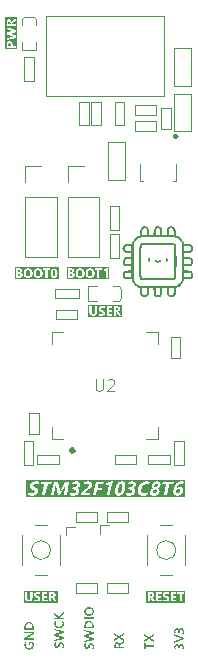
<source format=gbr>
%TF.GenerationSoftware,KiCad,Pcbnew,9.0.0*%
%TF.CreationDate,2025-04-02T16:35:10+02:00*%
%TF.ProjectId,stm32f103-core-board,73746d33-3266-4313-9033-2d636f72652d,1*%
%TF.SameCoordinates,Original*%
%TF.FileFunction,Legend,Top*%
%TF.FilePolarity,Positive*%
%FSLAX46Y46*%
G04 Gerber Fmt 4.6, Leading zero omitted, Abs format (unit mm)*
G04 Created by KiCad (PCBNEW 9.0.0) date 2025-04-02 16:35:10*
%MOMM*%
%LPD*%
G01*
G04 APERTURE LIST*
%ADD10C,0.125000*%
%ADD11C,0.100000*%
%ADD12C,0.120000*%
%ADD13C,0.000000*%
%ADD14C,0.300000*%
%ADD15C,0.250000*%
G04 APERTURE END LIST*
D10*
G36*
X143554473Y-93223150D02*
G01*
X143591929Y-93235886D01*
X143624464Y-93256729D01*
X143652896Y-93286414D01*
X143674387Y-93321102D01*
X143690605Y-93363203D01*
X143701061Y-93414171D01*
X143704822Y-93475751D01*
X143700988Y-93534579D01*
X143690283Y-93583573D01*
X143673571Y-93624367D01*
X143651235Y-93658298D01*
X143622167Y-93687018D01*
X143588970Y-93707290D01*
X143550817Y-93719714D01*
X143506448Y-93724048D01*
X143463663Y-93719683D01*
X143426231Y-93707056D01*
X143393010Y-93686226D01*
X143363272Y-93656393D01*
X143340361Y-93621440D01*
X143323322Y-93579999D01*
X143312475Y-93530845D01*
X143308611Y-93472478D01*
X143312428Y-93415059D01*
X143323204Y-93366076D01*
X143340239Y-93324194D01*
X143363272Y-93288319D01*
X143393107Y-93257771D01*
X143427014Y-93236335D01*
X143465814Y-93223259D01*
X143510795Y-93218710D01*
X143554473Y-93223150D01*
G37*
G36*
X144403266Y-93223150D02*
G01*
X144440722Y-93235886D01*
X144473257Y-93256729D01*
X144501688Y-93286414D01*
X144523180Y-93321102D01*
X144539397Y-93363203D01*
X144549854Y-93414171D01*
X144553614Y-93475751D01*
X144549781Y-93534579D01*
X144539076Y-93583573D01*
X144522364Y-93624367D01*
X144500027Y-93658298D01*
X144470960Y-93687018D01*
X144437763Y-93707290D01*
X144399610Y-93719714D01*
X144355240Y-93724048D01*
X144312456Y-93719683D01*
X144275024Y-93707056D01*
X144241803Y-93686226D01*
X144212065Y-93656393D01*
X144189154Y-93621440D01*
X144172115Y-93579999D01*
X144161268Y-93530845D01*
X144157404Y-93472478D01*
X144161220Y-93415059D01*
X144171997Y-93366076D01*
X144189032Y-93324194D01*
X144212065Y-93288319D01*
X144241900Y-93257771D01*
X144275807Y-93236335D01*
X144314606Y-93223259D01*
X144359588Y-93218710D01*
X144403266Y-93223150D01*
G37*
G36*
X145743063Y-93203598D02*
G01*
X145766040Y-93219080D01*
X145786409Y-93247515D01*
X145803757Y-93294074D01*
X145816299Y-93365828D01*
X145821235Y-93471355D01*
X145816231Y-93576576D01*
X145803503Y-93648251D01*
X145785866Y-93694882D01*
X145765099Y-93723466D01*
X145741583Y-93739096D01*
X145714110Y-93744272D01*
X145685496Y-93739081D01*
X145661218Y-93723534D01*
X145639997Y-93695425D01*
X145622120Y-93650027D01*
X145609283Y-93580752D01*
X145604249Y-93479561D01*
X145609456Y-93371450D01*
X145622709Y-93297704D01*
X145641098Y-93249630D01*
X145662800Y-93220078D01*
X145687445Y-93203867D01*
X145716308Y-93198487D01*
X145743063Y-93203598D01*
G37*
G36*
X142767709Y-93529596D02*
G01*
X142798863Y-93538843D01*
X142823056Y-93553127D01*
X142841948Y-93573180D01*
X142853279Y-93597464D01*
X142857250Y-93627328D01*
X142853204Y-93658644D01*
X142841672Y-93684188D01*
X142822519Y-93705339D01*
X142797864Y-93720586D01*
X142766506Y-93730361D01*
X142726629Y-93733916D01*
X142630984Y-93733916D01*
X142630984Y-93526212D01*
X142727704Y-93526212D01*
X142767709Y-93529596D01*
G37*
G36*
X142749935Y-93214006D02*
G01*
X142785245Y-93225873D01*
X142808001Y-93243135D01*
X142821359Y-93265781D01*
X142826085Y-93295646D01*
X142822387Y-93325153D01*
X142811904Y-93349020D01*
X142794626Y-93368577D01*
X142772265Y-93382756D01*
X142744113Y-93391785D01*
X142708604Y-93395053D01*
X142630984Y-93395053D01*
X142630984Y-93209380D01*
X142697124Y-93209380D01*
X142749935Y-93214006D01*
G37*
G36*
X146086076Y-93965394D02*
G01*
X142365605Y-93965394D01*
X142365605Y-93395053D01*
X142454494Y-93395053D01*
X142454494Y-93733916D01*
X142454494Y-93864000D01*
X142755596Y-93864000D01*
X142822562Y-93859523D01*
X142878831Y-93846966D01*
X142926163Y-93827250D01*
X142965987Y-93800741D01*
X142999622Y-93766411D01*
X143023395Y-93727164D01*
X143037979Y-93682016D01*
X143043070Y-93629478D01*
X143037392Y-93582167D01*
X143020845Y-93540824D01*
X142993049Y-93503986D01*
X142965560Y-93481759D01*
X143122791Y-93481759D01*
X143127388Y-93552106D01*
X143140616Y-93614789D01*
X143161933Y-93670927D01*
X143191222Y-93721445D01*
X143228792Y-93767035D01*
X143273351Y-93806184D01*
X143322318Y-93836455D01*
X143376320Y-93858330D01*
X143436229Y-93871830D01*
X143503126Y-93876505D01*
X143571776Y-93871669D01*
X143633079Y-93857722D01*
X143688177Y-93835142D01*
X143737991Y-93803910D01*
X143783175Y-93763518D01*
X143821057Y-93716606D01*
X143850717Y-93664269D01*
X143872392Y-93605746D01*
X143885889Y-93540035D01*
X143889588Y-93481759D01*
X143971584Y-93481759D01*
X143976181Y-93552106D01*
X143989408Y-93614789D01*
X144010725Y-93670927D01*
X144040014Y-93721445D01*
X144077585Y-93767035D01*
X144122144Y-93806184D01*
X144171111Y-93836455D01*
X144225113Y-93858330D01*
X144285022Y-93871830D01*
X144351919Y-93876505D01*
X144420569Y-93871669D01*
X144481872Y-93857722D01*
X144536970Y-93835142D01*
X144586784Y-93803910D01*
X144631967Y-93763518D01*
X144669850Y-93716606D01*
X144699510Y-93664269D01*
X144721185Y-93605746D01*
X144734682Y-93540035D01*
X144739385Y-93465933D01*
X144734841Y-93393728D01*
X144721807Y-93329762D01*
X144700893Y-93272860D01*
X144672848Y-93223009D01*
X144752330Y-93223009D01*
X144974738Y-93223009D01*
X144974738Y-93864000D01*
X145151814Y-93864000D01*
X145151814Y-93483909D01*
X145428834Y-93483909D01*
X145433588Y-93579589D01*
X145446633Y-93656970D01*
X145466452Y-93719030D01*
X145492008Y-93768362D01*
X145522804Y-93807092D01*
X145558935Y-93836776D01*
X145601081Y-93858289D01*
X145650441Y-93871750D01*
X145708639Y-93876505D01*
X145763528Y-93871973D01*
X145811264Y-93858995D01*
X145853122Y-93838022D01*
X145890050Y-93808841D01*
X145922596Y-93770601D01*
X145947482Y-93728547D01*
X145967933Y-93678444D01*
X145983532Y-93618999D01*
X145993592Y-93548718D01*
X145997187Y-93465933D01*
X145992460Y-93367839D01*
X145979509Y-93288710D01*
X145959879Y-93225461D01*
X145934655Y-93175395D01*
X145904388Y-93136279D01*
X145869049Y-93106451D01*
X145828024Y-93084933D01*
X145780173Y-93071519D01*
X145723928Y-93066791D01*
X145667160Y-93071396D01*
X145617997Y-93084551D01*
X145575101Y-93105747D01*
X145537467Y-93135138D01*
X145504501Y-93173525D01*
X145479334Y-93215848D01*
X145458603Y-93266564D01*
X145442752Y-93327054D01*
X145432504Y-93398910D01*
X145429022Y-93479561D01*
X145428834Y-93483909D01*
X145151814Y-93483909D01*
X145151814Y-93223009D01*
X145375345Y-93223009D01*
X145375345Y-93079296D01*
X144752330Y-93079296D01*
X144752330Y-93223009D01*
X144672848Y-93223009D01*
X144672303Y-93222040D01*
X144635826Y-93176554D01*
X144592226Y-93137334D01*
X144544066Y-93107001D01*
X144490703Y-93085058D01*
X144431231Y-93071496D01*
X144364522Y-93066791D01*
X144293752Y-93071738D01*
X144230948Y-93085965D01*
X144174877Y-93108927D01*
X144124546Y-93140591D01*
X144079246Y-93181438D01*
X144041265Y-93228980D01*
X144011530Y-93281915D01*
X143989809Y-93340996D01*
X143976291Y-93407216D01*
X143972170Y-93472478D01*
X143971584Y-93481759D01*
X143889588Y-93481759D01*
X143890593Y-93465933D01*
X143886048Y-93393728D01*
X143873014Y-93329762D01*
X143852100Y-93272860D01*
X143823510Y-93222040D01*
X143787034Y-93176554D01*
X143743433Y-93137334D01*
X143695273Y-93107001D01*
X143641911Y-93085058D01*
X143582438Y-93071496D01*
X143515729Y-93066791D01*
X143444960Y-93071738D01*
X143382155Y-93085965D01*
X143326085Y-93108927D01*
X143275753Y-93140591D01*
X143230453Y-93181438D01*
X143192472Y-93228980D01*
X143162738Y-93281915D01*
X143141016Y-93340996D01*
X143127498Y-93407216D01*
X143123377Y-93472478D01*
X143122791Y-93481759D01*
X142965560Y-93481759D01*
X142956928Y-93474779D01*
X142912977Y-93454063D01*
X142859448Y-93442046D01*
X142859448Y-93439847D01*
X142901876Y-93423955D01*
X142938118Y-93401970D01*
X142969016Y-93373755D01*
X142992971Y-93340073D01*
X143007109Y-93303473D01*
X143011905Y-93262869D01*
X143007319Y-93220828D01*
X142994166Y-93185049D01*
X142972528Y-93154158D01*
X142941416Y-93127363D01*
X142905726Y-93107771D01*
X142861432Y-93092715D01*
X142806789Y-93082870D01*
X142739769Y-93079296D01*
X142454494Y-93079296D01*
X142454494Y-93395053D01*
X142365605Y-93395053D01*
X142365605Y-92977902D01*
X146086076Y-92977902D01*
X146086076Y-93965394D01*
G37*
G36*
X153923967Y-120616541D02*
G01*
X153957288Y-120629701D01*
X153979779Y-120649639D01*
X153993634Y-120677089D01*
X153998693Y-120714697D01*
X153994733Y-120746134D01*
X153983191Y-120773418D01*
X153963717Y-120797593D01*
X153938963Y-120815517D01*
X153909014Y-120826591D01*
X153872419Y-120830517D01*
X153795923Y-120830517D01*
X153795923Y-120611529D01*
X153875741Y-120611529D01*
X153923967Y-120616541D01*
G37*
G36*
X156818315Y-121365394D02*
G01*
X153530544Y-121365394D01*
X153530544Y-120611529D01*
X153619433Y-120611529D01*
X153619433Y-120830517D01*
X153619433Y-121264000D01*
X153795923Y-121264000D01*
X153795923Y-120963874D01*
X153843452Y-120963874D01*
X153859347Y-120965607D01*
X153873787Y-120970713D01*
X153900605Y-120990399D01*
X153926006Y-121021271D01*
X153952238Y-121062255D01*
X154074115Y-121264000D01*
X154276837Y-121264000D01*
X154350207Y-121264000D01*
X154820179Y-121264000D01*
X154820179Y-121120824D01*
X154526697Y-121120824D01*
X154526697Y-120941355D01*
X154783006Y-120941355D01*
X154783006Y-120798180D01*
X154526697Y-120798180D01*
X154526697Y-120699408D01*
X154906397Y-120699408D01*
X154911607Y-120749830D01*
X154926659Y-120793770D01*
X154951484Y-120832618D01*
X154984513Y-120865668D01*
X155029337Y-120896852D01*
X155088407Y-120925967D01*
X155155574Y-120954935D01*
X155209405Y-120984390D01*
X155230181Y-121000801D01*
X155245211Y-121017705D01*
X155255044Y-121036883D01*
X155258351Y-121058640D01*
X155256291Y-121074963D01*
X155250144Y-121090001D01*
X155240098Y-121103194D01*
X155225280Y-121115060D01*
X155207262Y-121124270D01*
X155183759Y-121131718D01*
X155157790Y-121136081D01*
X155125532Y-121137677D01*
X155069277Y-121132651D01*
X155012936Y-121117356D01*
X154959581Y-121092149D01*
X154909670Y-121056393D01*
X154909670Y-121232492D01*
X154954838Y-121251279D01*
X155010493Y-121265465D01*
X155069645Y-121273687D01*
X155133201Y-121276505D01*
X155195107Y-121273439D01*
X155252636Y-121264488D01*
X155254257Y-121264000D01*
X155573375Y-121264000D01*
X156043347Y-121264000D01*
X156043347Y-121120824D01*
X155749865Y-121120824D01*
X155749865Y-120941355D01*
X156006174Y-120941355D01*
X156006174Y-120798180D01*
X155749865Y-120798180D01*
X155749865Y-120623009D01*
X156025322Y-120623009D01*
X156106411Y-120623009D01*
X156328819Y-120623009D01*
X156328819Y-121264000D01*
X156505895Y-121264000D01*
X156505895Y-120623009D01*
X156729426Y-120623009D01*
X156729426Y-120479296D01*
X156106411Y-120479296D01*
X156106411Y-120623009D01*
X156025322Y-120623009D01*
X156025322Y-120479296D01*
X155573375Y-120479296D01*
X155573375Y-121264000D01*
X155254257Y-121264000D01*
X155306512Y-121248266D01*
X155351798Y-121224921D01*
X155389983Y-121193111D01*
X155419307Y-121152820D01*
X155432673Y-121122192D01*
X155441153Y-121085905D01*
X155444171Y-121042813D01*
X155440425Y-120997156D01*
X155429956Y-120959575D01*
X155412609Y-120925770D01*
X155388972Y-120895926D01*
X155360000Y-120869890D01*
X155324736Y-120846002D01*
X155285804Y-120824933D01*
X155240326Y-120804237D01*
X155178532Y-120776637D01*
X155132077Y-120749331D01*
X155114710Y-120734563D01*
X155102573Y-120719875D01*
X155094837Y-120703385D01*
X155092217Y-120684655D01*
X155094563Y-120667467D01*
X155101498Y-120652220D01*
X155112461Y-120639011D01*
X155127730Y-120627405D01*
X155145947Y-120618458D01*
X155169251Y-120611334D01*
X155194620Y-120607111D01*
X155223913Y-120605618D01*
X155270075Y-120608842D01*
X155318972Y-120618661D01*
X155366795Y-120635416D01*
X155409733Y-120658766D01*
X155409733Y-120496637D01*
X155368600Y-120483572D01*
X155322538Y-120474118D01*
X155273577Y-120468744D01*
X155214094Y-120466791D01*
X155152807Y-120470206D01*
X155096027Y-120480175D01*
X155042930Y-120497611D01*
X154997939Y-120521941D01*
X154959973Y-120554269D01*
X154930968Y-120594286D01*
X154917649Y-120624509D01*
X154909322Y-120659254D01*
X154906397Y-120699408D01*
X154526697Y-120699408D01*
X154526697Y-120623009D01*
X154802154Y-120623009D01*
X154802154Y-120479296D01*
X154350207Y-120479296D01*
X154350207Y-121264000D01*
X154276837Y-121264000D01*
X154128728Y-121032164D01*
X154103327Y-120995235D01*
X154074066Y-120959966D01*
X154042364Y-120931292D01*
X154025487Y-120920571D01*
X154008511Y-120913511D01*
X154008511Y-120911313D01*
X154046922Y-120897478D01*
X154080905Y-120879561D01*
X154111244Y-120857211D01*
X154136397Y-120831397D01*
X154156707Y-120801830D01*
X154171910Y-120768675D01*
X154181282Y-120732813D01*
X154184513Y-120692862D01*
X154180049Y-120642773D01*
X154167503Y-120601298D01*
X154147507Y-120566727D01*
X154119800Y-120537873D01*
X154083267Y-120514198D01*
X154036048Y-120495872D01*
X153975684Y-120483750D01*
X153899237Y-120479296D01*
X153619433Y-120479296D01*
X153619433Y-120611529D01*
X153530544Y-120611529D01*
X153530544Y-120377902D01*
X156818315Y-120377902D01*
X156818315Y-121365394D01*
G37*
G36*
X141975555Y-74009020D02*
G01*
X142005469Y-74020508D01*
X142028326Y-74038642D01*
X142045342Y-74064130D01*
X142056531Y-74098905D01*
X142060706Y-74145855D01*
X142060706Y-74215268D01*
X141814851Y-74215268D01*
X141814851Y-74145855D01*
X141818975Y-74098682D01*
X141830009Y-74063834D01*
X141846736Y-74038386D01*
X141869115Y-74020354D01*
X141898291Y-74008973D01*
X141936386Y-74004829D01*
X141975555Y-74009020D01*
G37*
G36*
X141946134Y-72184441D02*
G01*
X141973418Y-72195983D01*
X141997593Y-72215457D01*
X142015517Y-72240211D01*
X142026591Y-72270160D01*
X142030517Y-72306755D01*
X142030517Y-72383252D01*
X141811529Y-72383252D01*
X141811529Y-72303433D01*
X141816541Y-72255207D01*
X141829701Y-72221886D01*
X141849639Y-72199396D01*
X141877089Y-72185540D01*
X141914697Y-72180481D01*
X141946134Y-72184441D01*
G37*
G36*
X142552889Y-74480647D02*
G01*
X141590407Y-74480647D01*
X141590407Y-74115227D01*
X141679296Y-74115227D01*
X141679296Y-74145855D01*
X141679296Y-74215268D01*
X141679296Y-74391758D01*
X142464000Y-74391758D01*
X142464000Y-74215268D01*
X142194600Y-74215268D01*
X142194600Y-74131102D01*
X142189521Y-74060196D01*
X142175167Y-73999824D01*
X142152400Y-73948239D01*
X142121424Y-73904054D01*
X142081961Y-73866832D01*
X142037622Y-73840610D01*
X141987412Y-73824610D01*
X141929840Y-73819058D01*
X141869283Y-73824001D01*
X141819667Y-73837790D01*
X141778893Y-73859495D01*
X141745417Y-73889092D01*
X141718390Y-73927458D01*
X141697751Y-73976281D01*
X141684233Y-74037911D01*
X141679296Y-74115227D01*
X141590407Y-74115227D01*
X141590407Y-72838130D01*
X141679296Y-72838130D01*
X142203002Y-72946329D01*
X142247277Y-72953895D01*
X142290538Y-72957809D01*
X142290538Y-72960007D01*
X142206274Y-72972610D01*
X141679296Y-73101033D01*
X141679296Y-73290125D01*
X142199680Y-73432226D01*
X142248793Y-73443205D01*
X142291613Y-73448053D01*
X142291613Y-73451326D01*
X142238167Y-73455898D01*
X142201878Y-73461730D01*
X141679296Y-73572128D01*
X141679296Y-73765031D01*
X142464000Y-73558988D01*
X142464000Y-73355143D01*
X141960566Y-73221786D01*
X141923619Y-73213973D01*
X141872443Y-73207571D01*
X141872443Y-73205422D01*
X141919844Y-73201025D01*
X141960566Y-73192819D01*
X142464000Y-73062784D01*
X142464000Y-72867097D01*
X141679296Y-72659979D01*
X141679296Y-72838130D01*
X141590407Y-72838130D01*
X141590407Y-72279937D01*
X141679296Y-72279937D01*
X141679296Y-72303433D01*
X141679296Y-72383252D01*
X141679296Y-72559742D01*
X142464000Y-72559742D01*
X142464000Y-72383252D01*
X142163874Y-72383252D01*
X142163874Y-72335722D01*
X142165607Y-72319827D01*
X142170713Y-72305387D01*
X142190399Y-72278569D01*
X142221271Y-72253168D01*
X142262255Y-72226936D01*
X142464000Y-72105059D01*
X142464000Y-71902338D01*
X142232164Y-72050446D01*
X142195235Y-72075848D01*
X142159966Y-72105108D01*
X142131292Y-72136811D01*
X142120571Y-72153687D01*
X142113511Y-72170663D01*
X142111313Y-72170663D01*
X142097478Y-72132252D01*
X142079561Y-72098269D01*
X142057211Y-72067931D01*
X142031397Y-72042777D01*
X142001830Y-72022467D01*
X141968675Y-72007264D01*
X141932813Y-71997893D01*
X141892862Y-71994661D01*
X141842773Y-71999125D01*
X141801298Y-72011671D01*
X141766727Y-72031667D01*
X141737873Y-72059374D01*
X141714198Y-72095907D01*
X141695872Y-72143126D01*
X141683750Y-72203490D01*
X141679296Y-72279937D01*
X141590407Y-72279937D01*
X141590407Y-71813449D01*
X142552889Y-71813449D01*
X142552889Y-74480647D01*
G37*
D11*
G36*
X146490248Y-125209400D02*
G01*
X146356305Y-125209400D01*
X146371634Y-125190050D01*
X146385859Y-125166511D01*
X146407987Y-125113803D01*
X146421958Y-125058067D01*
X146426842Y-125006678D01*
X146423195Y-124952350D01*
X146413599Y-124912791D01*
X146399536Y-124884557D01*
X146378662Y-124862268D01*
X146352812Y-124849009D01*
X146320353Y-124844354D01*
X146293961Y-124847810D01*
X146272041Y-124857739D01*
X146252851Y-124873365D01*
X146234575Y-124895206D01*
X146202090Y-124951772D01*
X146169557Y-125021430D01*
X146126424Y-125095729D01*
X146103073Y-125128301D01*
X146078064Y-125155568D01*
X146049803Y-125178272D01*
X146018224Y-125195478D01*
X145983032Y-125206129D01*
X145940066Y-125209937D01*
X145903968Y-125207022D01*
X145872261Y-125198646D01*
X145844177Y-125185073D01*
X145807113Y-125156324D01*
X145777010Y-125119518D01*
X145754133Y-125076530D01*
X145737638Y-125026901D01*
X145728012Y-124974500D01*
X145724791Y-124920851D01*
X145728684Y-124838285D01*
X145738677Y-124780542D01*
X145752683Y-124741626D01*
X145881106Y-124741626D01*
X145860788Y-124775820D01*
X145845782Y-124815187D01*
X145836324Y-124860618D01*
X145832990Y-124913182D01*
X145838461Y-124970872D01*
X145845836Y-124998422D01*
X145856487Y-125022212D01*
X145870952Y-125042911D01*
X145888727Y-125059093D01*
X145910042Y-125069630D01*
X145936256Y-125073307D01*
X145961214Y-125070463D01*
X145981637Y-125062414D01*
X145999525Y-125049303D01*
X146016563Y-125030418D01*
X146047436Y-124979030D01*
X146079920Y-124908834D01*
X146124763Y-124831507D01*
X146149774Y-124797003D01*
X146176689Y-124767564D01*
X146206777Y-124742744D01*
X146239752Y-124723845D01*
X146276113Y-124711902D01*
X146318692Y-124707725D01*
X146357777Y-124710618D01*
X146390951Y-124718789D01*
X146419222Y-124731758D01*
X146456328Y-124759914D01*
X146485900Y-124796531D01*
X146507727Y-124839614D01*
X146523025Y-124890272D01*
X146531575Y-124944194D01*
X146534505Y-125002282D01*
X146531476Y-125050642D01*
X146522732Y-125109407D01*
X146508810Y-125166217D01*
X146499614Y-125191440D01*
X146490248Y-125209400D01*
G37*
G36*
X145737296Y-123591486D02*
G01*
X146522000Y-123806273D01*
X146522000Y-123953259D01*
X145973137Y-124102442D01*
X145937152Y-124109851D01*
X145896542Y-124113922D01*
X145896542Y-124116120D01*
X145934933Y-124120789D01*
X145972062Y-124129260D01*
X146522000Y-124278981D01*
X146522000Y-124429288D01*
X145737296Y-124648423D01*
X145737296Y-124505785D01*
X146311853Y-124363684D01*
X146348502Y-124356618D01*
X146387373Y-124352742D01*
X146387373Y-124350007D01*
X146357243Y-124345622D01*
X146311853Y-124334717D01*
X145737296Y-124174054D01*
X145737296Y-124040160D01*
X146316249Y-123891514D01*
X146386298Y-123880035D01*
X146386298Y-123877836D01*
X146356941Y-123874299D01*
X146314051Y-123865282D01*
X145737296Y-123725917D01*
X145737296Y-123591486D01*
G37*
G36*
X146488734Y-122935499D02*
G01*
X146513225Y-122996196D01*
X146528898Y-123068830D01*
X146534505Y-123155757D01*
X146529838Y-123223827D01*
X146516431Y-123284119D01*
X146494834Y-123337817D01*
X146465122Y-123385885D01*
X146426891Y-123429016D01*
X146382170Y-123465296D01*
X146332381Y-123493668D01*
X146276814Y-123514377D01*
X146214530Y-123527259D01*
X146144400Y-123531744D01*
X146069263Y-123526735D01*
X146002434Y-123512328D01*
X145942681Y-123489108D01*
X145888989Y-123457181D01*
X145840611Y-123416169D01*
X145799032Y-123367660D01*
X145766968Y-123314921D01*
X145743878Y-123257341D01*
X145729687Y-123194068D01*
X145724791Y-123124054D01*
X145728847Y-123048620D01*
X145740069Y-122986476D01*
X145757324Y-122935499D01*
X145887359Y-122935499D01*
X145860540Y-122990019D01*
X145844455Y-123047977D01*
X145838999Y-123110377D01*
X145844424Y-123172897D01*
X145859972Y-123227181D01*
X145885178Y-123274753D01*
X145920429Y-123316713D01*
X145963312Y-123350481D01*
X146012913Y-123374973D01*
X146070523Y-123390268D01*
X146137854Y-123395652D01*
X146202019Y-123390597D01*
X146256745Y-123376265D01*
X146303684Y-123353370D01*
X146344093Y-123321891D01*
X146377285Y-123282651D01*
X146401039Y-123238007D01*
X146415709Y-123186902D01*
X146420834Y-123127864D01*
X146417379Y-123072643D01*
X146407374Y-123022644D01*
X146391163Y-122977134D01*
X146368810Y-122935499D01*
X146488734Y-122935499D01*
G37*
G36*
X146522000Y-122193440D02*
G01*
X146522000Y-122362847D01*
X146163011Y-122635568D01*
X146135656Y-122654131D01*
X146135656Y-122656329D01*
X146522000Y-122656329D01*
X146522000Y-122786413D01*
X145737296Y-122786413D01*
X145737296Y-122656329D01*
X146106103Y-122656329D01*
X146106103Y-122654131D01*
X146079285Y-122635568D01*
X145737296Y-122372714D01*
X145737296Y-122216936D01*
X146113772Y-122524633D01*
X146522000Y-122193440D01*
G37*
G36*
X149030247Y-125289512D02*
G01*
X148896304Y-125289512D01*
X148911633Y-125270162D01*
X148925858Y-125246623D01*
X148947986Y-125193915D01*
X148961957Y-125138179D01*
X148966841Y-125086790D01*
X148963194Y-125032462D01*
X148953598Y-124992903D01*
X148939535Y-124964669D01*
X148918661Y-124942380D01*
X148892811Y-124929121D01*
X148860352Y-124924466D01*
X148833960Y-124927922D01*
X148812040Y-124937851D01*
X148792850Y-124953477D01*
X148774574Y-124975318D01*
X148742089Y-125031884D01*
X148709556Y-125101542D01*
X148666423Y-125175841D01*
X148643072Y-125208413D01*
X148618063Y-125235680D01*
X148589802Y-125258384D01*
X148558223Y-125275590D01*
X148523031Y-125286241D01*
X148480065Y-125290049D01*
X148443967Y-125287134D01*
X148412260Y-125278758D01*
X148384176Y-125265185D01*
X148347112Y-125236436D01*
X148317009Y-125199630D01*
X148294132Y-125156642D01*
X148277637Y-125107013D01*
X148268011Y-125054612D01*
X148264790Y-125000963D01*
X148268683Y-124918397D01*
X148278676Y-124860654D01*
X148292682Y-124821738D01*
X148421105Y-124821738D01*
X148400787Y-124855932D01*
X148385781Y-124895299D01*
X148376323Y-124940730D01*
X148372989Y-124993294D01*
X148378460Y-125050984D01*
X148385835Y-125078534D01*
X148396486Y-125102324D01*
X148410951Y-125123023D01*
X148428726Y-125139205D01*
X148450041Y-125149742D01*
X148476255Y-125153419D01*
X148501213Y-125150575D01*
X148521636Y-125142526D01*
X148539524Y-125129415D01*
X148556562Y-125110530D01*
X148587435Y-125059142D01*
X148619919Y-124988946D01*
X148664762Y-124911619D01*
X148689773Y-124877115D01*
X148716688Y-124847676D01*
X148746776Y-124822856D01*
X148779751Y-124803957D01*
X148816112Y-124792014D01*
X148858691Y-124787837D01*
X148897776Y-124790730D01*
X148930950Y-124798901D01*
X148959221Y-124811870D01*
X148996327Y-124840026D01*
X149025899Y-124876643D01*
X149047726Y-124919726D01*
X149063024Y-124970384D01*
X149071574Y-125024306D01*
X149074504Y-125082394D01*
X149071475Y-125130754D01*
X149062731Y-125189519D01*
X149048809Y-125246329D01*
X149039613Y-125271552D01*
X149030247Y-125289512D01*
G37*
G36*
X148277295Y-123671598D02*
G01*
X149061999Y-123886385D01*
X149061999Y-124033371D01*
X148513136Y-124182554D01*
X148477151Y-124189963D01*
X148436541Y-124194034D01*
X148436541Y-124196232D01*
X148474932Y-124200901D01*
X148512061Y-124209372D01*
X149061999Y-124359093D01*
X149061999Y-124509400D01*
X148277295Y-124728535D01*
X148277295Y-124585897D01*
X148851852Y-124443796D01*
X148888501Y-124436730D01*
X148927372Y-124432854D01*
X148927372Y-124430119D01*
X148897242Y-124425734D01*
X148851852Y-124414829D01*
X148277295Y-124254166D01*
X148277295Y-124120272D01*
X148856248Y-123971626D01*
X148926297Y-123960147D01*
X148926297Y-123957948D01*
X148896940Y-123954411D01*
X148854050Y-123945394D01*
X148277295Y-123806029D01*
X148277295Y-123671598D01*
G37*
G36*
X148732026Y-122907642D02*
G01*
X148796208Y-122922511D01*
X148853594Y-122946548D01*
X148905204Y-122979769D01*
X148951747Y-123022743D01*
X148990273Y-123072314D01*
X149020676Y-123128305D01*
X149043059Y-123191625D01*
X149057087Y-123263445D01*
X149061999Y-123345143D01*
X149061999Y-123562128D01*
X148277295Y-123562128D01*
X148277295Y-123335862D01*
X148277924Y-123323845D01*
X148387693Y-123323845D01*
X148387693Y-123432582D01*
X148952138Y-123432582D01*
X148952138Y-123328730D01*
X148946858Y-123260453D01*
X148932025Y-123203390D01*
X148908573Y-123155536D01*
X148876618Y-123115359D01*
X148836703Y-123083121D01*
X148788941Y-123059446D01*
X148731750Y-123044452D01*
X148663052Y-123039107D01*
X148594351Y-123044196D01*
X148538692Y-123058278D01*
X148493635Y-123080164D01*
X148457292Y-123109511D01*
X148428473Y-123146860D01*
X148406807Y-123193571D01*
X148392780Y-123251700D01*
X148387693Y-123323845D01*
X148277924Y-123323845D01*
X148282089Y-123244254D01*
X148295455Y-123167574D01*
X148316160Y-123103602D01*
X148343407Y-123050411D01*
X148376877Y-123006427D01*
X148416748Y-122970501D01*
X148463689Y-122941981D01*
X148518805Y-122920758D01*
X148583575Y-122907269D01*
X148659779Y-122902477D01*
X148732026Y-122907642D01*
G37*
G36*
X149061999Y-122626092D02*
G01*
X149061999Y-122759986D01*
X148277295Y-122759986D01*
X148277295Y-122626092D01*
X149061999Y-122626092D01*
G37*
G36*
X148737488Y-121735922D02*
G01*
X148805377Y-121749132D01*
X148864871Y-121770150D01*
X148917136Y-121798617D01*
X148963080Y-121834599D01*
X149002738Y-121878086D01*
X149033499Y-121926582D01*
X149055828Y-121980788D01*
X149069681Y-122041699D01*
X149074504Y-122110544D01*
X149069761Y-122178040D01*
X149056129Y-122237851D01*
X149034137Y-122291169D01*
X149003815Y-122338958D01*
X148964692Y-122381898D01*
X148919184Y-122417875D01*
X148868658Y-122446027D01*
X148812414Y-122466576D01*
X148749536Y-122479352D01*
X148678928Y-122483796D01*
X148602582Y-122479178D01*
X148535436Y-122465984D01*
X148476199Y-122444922D01*
X148423782Y-122416295D01*
X148377337Y-122379993D01*
X148337450Y-122336308D01*
X148306407Y-122287181D01*
X148283790Y-122231844D01*
X148269708Y-122169223D01*
X148265242Y-122104536D01*
X148378998Y-122104536D01*
X148384190Y-122156693D01*
X148399211Y-122202458D01*
X148423960Y-122243171D01*
X148459305Y-122279707D01*
X148501004Y-122308327D01*
X148549282Y-122329317D01*
X148605348Y-122342512D01*
X148670721Y-122347167D01*
X148735931Y-122342626D01*
X148791765Y-122329771D01*
X148839737Y-122309363D01*
X148881063Y-122281612D01*
X148916181Y-122246009D01*
X148940754Y-122206203D01*
X148955672Y-122161321D01*
X148960833Y-122110007D01*
X148955749Y-122054915D01*
X148941256Y-122007916D01*
X148917806Y-121967435D01*
X148884922Y-121932394D01*
X148845539Y-121905242D01*
X148798112Y-121884982D01*
X148741049Y-121872019D01*
X148672382Y-121867376D01*
X148601491Y-121871941D01*
X148543058Y-121884624D01*
X148494971Y-121904314D01*
X148455495Y-121930489D01*
X148422304Y-121964673D01*
X148398693Y-122004270D01*
X148384114Y-122050358D01*
X148378998Y-122104536D01*
X148265242Y-122104536D01*
X148264790Y-122097990D01*
X148269475Y-122032386D01*
X148282973Y-121974016D01*
X148304807Y-121921743D01*
X148334998Y-121874653D01*
X148374064Y-121832108D01*
X148419293Y-121796583D01*
X148469662Y-121768737D01*
X148525887Y-121748377D01*
X148588905Y-121735699D01*
X148659828Y-121731284D01*
X148737488Y-121735922D01*
G37*
G36*
X156652544Y-125331423D02*
G01*
X156533793Y-125331423D01*
X156560304Y-125291577D01*
X156578936Y-125249879D01*
X156590132Y-125205817D01*
X156593926Y-125158743D01*
X156589568Y-125107718D01*
X156577503Y-125066780D01*
X156558608Y-125033886D01*
X156532198Y-125007854D01*
X156500863Y-124992471D01*
X156462963Y-124987138D01*
X156424086Y-124992308D01*
X156393196Y-125006925D01*
X156368317Y-125031190D01*
X156348798Y-125067257D01*
X156335439Y-125118873D01*
X156330339Y-125190983D01*
X156330339Y-125251653D01*
X156228685Y-125251653D01*
X156228685Y-125193719D01*
X156223973Y-125130594D01*
X156211568Y-125085059D01*
X156193283Y-125052895D01*
X156169696Y-125030969D01*
X156140042Y-125017598D01*
X156102362Y-125012832D01*
X156066214Y-125016887D01*
X156038380Y-125028069D01*
X156016875Y-125045902D01*
X156000682Y-125071267D01*
X155989937Y-125106238D01*
X155985907Y-125153809D01*
X155992002Y-125204342D01*
X156010511Y-125253325D01*
X156042767Y-125301918D01*
X155929780Y-125301918D01*
X155905315Y-125247080D01*
X155890107Y-125184723D01*
X155884791Y-125113363D01*
X155888450Y-125061218D01*
X155898791Y-125016764D01*
X155915182Y-124978746D01*
X155937450Y-124946154D01*
X155965952Y-124918380D01*
X155997442Y-124899017D01*
X156032564Y-124887317D01*
X156072321Y-124883286D01*
X156122324Y-124887924D01*
X156163995Y-124901019D01*
X156198997Y-124922020D01*
X156228452Y-124951316D01*
X156252824Y-124990186D01*
X156271867Y-125040676D01*
X156274065Y-125040676D01*
X156284803Y-124986407D01*
X156304616Y-124942440D01*
X156333172Y-124906782D01*
X156369636Y-124879613D01*
X156411483Y-124863258D01*
X156460325Y-124857592D01*
X156511204Y-124862727D01*
X156555612Y-124877559D01*
X156594911Y-124901978D01*
X156629976Y-124936873D01*
X156657280Y-124977888D01*
X156677372Y-125025497D01*
X156690033Y-125080904D01*
X156694505Y-125145603D01*
X156689210Y-125222375D01*
X156674723Y-125283300D01*
X156652544Y-125331423D01*
G37*
G36*
X155897296Y-124066294D02*
G01*
X156682000Y-124347710D01*
X156682000Y-124493084D01*
X155897296Y-124769615D01*
X155897296Y-124627564D01*
X156492662Y-124434075D01*
X156522369Y-124426109D01*
X156558852Y-124419860D01*
X156558852Y-124417710D01*
X156527253Y-124412008D01*
X156491539Y-124401835D01*
X155897296Y-124203998D01*
X155897296Y-124066294D01*
G37*
G36*
X156652544Y-123991800D02*
G01*
X156533793Y-123991800D01*
X156560304Y-123951953D01*
X156578936Y-123910255D01*
X156590132Y-123866194D01*
X156593926Y-123819120D01*
X156589568Y-123768094D01*
X156577503Y-123727156D01*
X156558608Y-123694263D01*
X156532198Y-123668230D01*
X156500863Y-123652848D01*
X156462963Y-123647515D01*
X156424086Y-123652684D01*
X156393196Y-123667302D01*
X156368317Y-123691567D01*
X156348798Y-123727634D01*
X156335439Y-123779250D01*
X156330339Y-123851360D01*
X156330339Y-123912030D01*
X156228685Y-123912030D01*
X156228685Y-123854096D01*
X156223973Y-123790971D01*
X156211568Y-123745436D01*
X156193283Y-123713272D01*
X156169696Y-123691346D01*
X156140042Y-123677975D01*
X156102362Y-123673209D01*
X156066214Y-123677264D01*
X156038380Y-123688445D01*
X156016875Y-123706279D01*
X156000682Y-123731643D01*
X155989937Y-123766615D01*
X155985907Y-123814186D01*
X155992002Y-123864719D01*
X156010511Y-123913702D01*
X156042767Y-123962295D01*
X155929780Y-123962295D01*
X155905315Y-123907457D01*
X155890107Y-123845100D01*
X155884791Y-123773740D01*
X155888450Y-123721594D01*
X155898791Y-123677141D01*
X155915182Y-123639123D01*
X155937450Y-123606531D01*
X155965952Y-123578757D01*
X155997442Y-123559394D01*
X156032564Y-123547694D01*
X156072321Y-123543663D01*
X156122324Y-123548301D01*
X156163995Y-123561396D01*
X156198997Y-123582397D01*
X156228452Y-123611693D01*
X156252824Y-123650563D01*
X156271867Y-123701053D01*
X156274065Y-123701053D01*
X156284803Y-123646783D01*
X156304616Y-123602816D01*
X156333172Y-123567159D01*
X156369636Y-123539989D01*
X156411483Y-123523635D01*
X156460325Y-123517969D01*
X156511204Y-123523104D01*
X156555612Y-123537936D01*
X156594911Y-123562355D01*
X156629976Y-123597250D01*
X156657280Y-123638265D01*
X156677372Y-123685874D01*
X156690033Y-123741281D01*
X156694505Y-123805980D01*
X156689210Y-123882752D01*
X156674723Y-123943677D01*
X156652544Y-123991800D01*
G37*
D10*
G36*
X147954473Y-93223150D02*
G01*
X147991929Y-93235886D01*
X148024464Y-93256729D01*
X148052896Y-93286414D01*
X148074387Y-93321102D01*
X148090605Y-93363203D01*
X148101061Y-93414171D01*
X148104822Y-93475751D01*
X148100988Y-93534579D01*
X148090283Y-93583573D01*
X148073571Y-93624367D01*
X148051235Y-93658298D01*
X148022167Y-93687018D01*
X147988970Y-93707290D01*
X147950817Y-93719714D01*
X147906448Y-93724048D01*
X147863663Y-93719683D01*
X147826231Y-93707056D01*
X147793010Y-93686226D01*
X147763272Y-93656393D01*
X147740361Y-93621440D01*
X147723322Y-93579999D01*
X147712475Y-93530845D01*
X147708611Y-93472478D01*
X147712428Y-93415059D01*
X147723204Y-93366076D01*
X147740239Y-93324194D01*
X147763272Y-93288319D01*
X147793107Y-93257771D01*
X147827014Y-93236335D01*
X147865814Y-93223259D01*
X147910795Y-93218710D01*
X147954473Y-93223150D01*
G37*
G36*
X148803266Y-93223150D02*
G01*
X148840722Y-93235886D01*
X148873257Y-93256729D01*
X148901688Y-93286414D01*
X148923180Y-93321102D01*
X148939397Y-93363203D01*
X148949854Y-93414171D01*
X148953614Y-93475751D01*
X148949781Y-93534579D01*
X148939076Y-93583573D01*
X148922364Y-93624367D01*
X148900027Y-93658298D01*
X148870960Y-93687018D01*
X148837763Y-93707290D01*
X148799610Y-93719714D01*
X148755240Y-93724048D01*
X148712456Y-93719683D01*
X148675024Y-93707056D01*
X148641803Y-93686226D01*
X148612065Y-93656393D01*
X148589154Y-93621440D01*
X148572115Y-93579999D01*
X148561268Y-93530845D01*
X148557404Y-93472478D01*
X148561220Y-93415059D01*
X148571997Y-93366076D01*
X148589032Y-93324194D01*
X148612065Y-93288319D01*
X148641900Y-93257771D01*
X148675807Y-93236335D01*
X148714606Y-93223259D01*
X148759588Y-93218710D01*
X148803266Y-93223150D01*
G37*
G36*
X147167709Y-93529596D02*
G01*
X147198863Y-93538843D01*
X147223056Y-93553127D01*
X147241948Y-93573180D01*
X147253279Y-93597464D01*
X147257250Y-93627328D01*
X147253204Y-93658644D01*
X147241672Y-93684188D01*
X147222519Y-93705339D01*
X147197864Y-93720586D01*
X147166506Y-93730361D01*
X147126629Y-93733916D01*
X147030984Y-93733916D01*
X147030984Y-93526212D01*
X147127704Y-93526212D01*
X147167709Y-93529596D01*
G37*
G36*
X147149935Y-93214006D02*
G01*
X147185245Y-93225873D01*
X147208001Y-93243135D01*
X147221359Y-93265781D01*
X147226085Y-93295646D01*
X147222387Y-93325153D01*
X147211904Y-93349020D01*
X147194626Y-93368577D01*
X147172265Y-93382756D01*
X147144113Y-93391785D01*
X147108604Y-93395053D01*
X147030984Y-93395053D01*
X147030984Y-93209380D01*
X147097124Y-93209380D01*
X147149935Y-93214006D01*
G37*
G36*
X150334695Y-93965394D02*
G01*
X146765605Y-93965394D01*
X146765605Y-93209380D01*
X146854494Y-93209380D01*
X146854494Y-93395053D01*
X146854494Y-93526212D01*
X146854494Y-93733916D01*
X146854494Y-93864000D01*
X147155596Y-93864000D01*
X147222562Y-93859523D01*
X147278831Y-93846966D01*
X147326163Y-93827250D01*
X147365987Y-93800741D01*
X147399622Y-93766411D01*
X147423395Y-93727164D01*
X147437979Y-93682016D01*
X147443070Y-93629478D01*
X147437392Y-93582167D01*
X147420845Y-93540824D01*
X147393049Y-93503986D01*
X147365560Y-93481759D01*
X147522791Y-93481759D01*
X147527388Y-93552106D01*
X147540616Y-93614789D01*
X147561933Y-93670927D01*
X147591222Y-93721445D01*
X147628792Y-93767035D01*
X147673351Y-93806184D01*
X147722318Y-93836455D01*
X147776320Y-93858330D01*
X147836229Y-93871830D01*
X147903126Y-93876505D01*
X147971776Y-93871669D01*
X148033079Y-93857722D01*
X148088177Y-93835142D01*
X148137991Y-93803910D01*
X148183175Y-93763518D01*
X148221057Y-93716606D01*
X148250717Y-93664269D01*
X148272392Y-93605746D01*
X148285889Y-93540035D01*
X148289588Y-93481759D01*
X148371584Y-93481759D01*
X148376181Y-93552106D01*
X148389408Y-93614789D01*
X148410725Y-93670927D01*
X148440014Y-93721445D01*
X148477585Y-93767035D01*
X148522144Y-93806184D01*
X148571111Y-93836455D01*
X148625113Y-93858330D01*
X148685022Y-93871830D01*
X148751919Y-93876505D01*
X148820569Y-93871669D01*
X148881872Y-93857722D01*
X148936970Y-93835142D01*
X148986784Y-93803910D01*
X149031967Y-93763518D01*
X149069850Y-93716606D01*
X149099510Y-93664269D01*
X149121185Y-93605746D01*
X149134682Y-93540035D01*
X149139385Y-93465933D01*
X149134841Y-93393728D01*
X149121807Y-93329762D01*
X149100893Y-93272860D01*
X149072848Y-93223009D01*
X149152330Y-93223009D01*
X149374738Y-93223009D01*
X149374738Y-93864000D01*
X149551814Y-93864000D01*
X149551814Y-93223009D01*
X149775345Y-93223009D01*
X149775345Y-93180901D01*
X149906992Y-93180901D01*
X149906992Y-93326274D01*
X149953447Y-93317286D01*
X149998778Y-93301997D01*
X150040055Y-93281773D01*
X150073663Y-93258033D01*
X150073663Y-93864000D01*
X150245806Y-93864000D01*
X150245806Y-93063665D01*
X150141416Y-93063665D01*
X150091167Y-93098265D01*
X150033754Y-93130734D01*
X149972637Y-93158403D01*
X149906992Y-93180901D01*
X149775345Y-93180901D01*
X149775345Y-93079296D01*
X149152330Y-93079296D01*
X149152330Y-93223009D01*
X149072848Y-93223009D01*
X149072303Y-93222040D01*
X149035826Y-93176554D01*
X148992226Y-93137334D01*
X148944066Y-93107001D01*
X148890703Y-93085058D01*
X148831231Y-93071496D01*
X148764522Y-93066791D01*
X148693752Y-93071738D01*
X148630948Y-93085965D01*
X148574877Y-93108927D01*
X148524546Y-93140591D01*
X148479246Y-93181438D01*
X148441265Y-93228980D01*
X148411530Y-93281915D01*
X148389809Y-93340996D01*
X148376291Y-93407216D01*
X148372170Y-93472478D01*
X148371584Y-93481759D01*
X148289588Y-93481759D01*
X148290593Y-93465933D01*
X148286048Y-93393728D01*
X148273014Y-93329762D01*
X148252100Y-93272860D01*
X148223510Y-93222040D01*
X148187034Y-93176554D01*
X148143433Y-93137334D01*
X148095273Y-93107001D01*
X148041911Y-93085058D01*
X147982438Y-93071496D01*
X147915729Y-93066791D01*
X147844960Y-93071738D01*
X147782155Y-93085965D01*
X147726085Y-93108927D01*
X147675753Y-93140591D01*
X147630453Y-93181438D01*
X147592472Y-93228980D01*
X147562738Y-93281915D01*
X147541016Y-93340996D01*
X147527498Y-93407216D01*
X147523377Y-93472478D01*
X147522791Y-93481759D01*
X147365560Y-93481759D01*
X147356928Y-93474779D01*
X147312977Y-93454063D01*
X147259448Y-93442046D01*
X147259448Y-93439847D01*
X147301876Y-93423955D01*
X147338118Y-93401970D01*
X147369016Y-93373755D01*
X147392971Y-93340073D01*
X147407109Y-93303473D01*
X147411905Y-93262869D01*
X147407319Y-93220828D01*
X147394166Y-93185049D01*
X147372528Y-93154158D01*
X147341416Y-93127363D01*
X147305726Y-93107771D01*
X147261432Y-93092715D01*
X147206789Y-93082870D01*
X147139769Y-93079296D01*
X146854494Y-93079296D01*
X146854494Y-93209380D01*
X146765605Y-93209380D01*
X146765605Y-92974776D01*
X150334695Y-92974776D01*
X150334695Y-93965394D01*
G37*
D11*
G36*
X151602000Y-124781095D02*
G01*
X151391609Y-124906245D01*
X151342027Y-124939315D01*
X151308322Y-124972092D01*
X151296929Y-124989574D01*
X151289173Y-125008436D01*
X151284699Y-125028849D01*
X151283116Y-125052693D01*
X151283116Y-125105156D01*
X151602000Y-125105156D01*
X151602000Y-125234702D01*
X150817296Y-125234702D01*
X150817296Y-124995882D01*
X150922760Y-124995882D01*
X150922760Y-125105156D01*
X151177652Y-125105156D01*
X151177652Y-124996956D01*
X151175271Y-124967717D01*
X151168371Y-124941513D01*
X151156904Y-124917663D01*
X151141553Y-124897550D01*
X151122312Y-124881114D01*
X151098908Y-124868582D01*
X151072678Y-124860865D01*
X151042537Y-124858178D01*
X151006570Y-124862413D01*
X150977782Y-124874320D01*
X150954512Y-124893690D01*
X150937638Y-124919199D01*
X150926753Y-124952509D01*
X150922760Y-124995882D01*
X150817296Y-124995882D01*
X150817296Y-124976782D01*
X150820692Y-124922920D01*
X150830436Y-124875128D01*
X150847141Y-124831158D01*
X150870053Y-124794235D01*
X150899799Y-124763609D01*
X150936242Y-124740404D01*
X150978145Y-124726086D01*
X151028908Y-124721011D01*
X151069293Y-124724180D01*
X151105161Y-124733321D01*
X151138130Y-124748283D01*
X151166954Y-124768296D01*
X151191888Y-124793105D01*
X151213165Y-124822909D01*
X151229931Y-124856398D01*
X151242669Y-124894765D01*
X151244868Y-124894765D01*
X151271441Y-124857640D01*
X151301288Y-124827550D01*
X151336068Y-124799413D01*
X151381253Y-124768540D01*
X151602000Y-124629175D01*
X151602000Y-124781095D01*
G37*
G36*
X151602000Y-123951695D02*
G01*
X151602000Y-124107424D01*
X151314184Y-124268136D01*
X151276961Y-124283963D01*
X151276961Y-124286161D01*
X151314184Y-124302525D01*
X151602000Y-124468122D01*
X151602000Y-124624974D01*
X151207450Y-124368129D01*
X150817296Y-124604214D01*
X150817296Y-124445163D01*
X151082153Y-124303600D01*
X151134665Y-124279029D01*
X151134665Y-124277368D01*
X151079955Y-124250062D01*
X150817296Y-124103028D01*
X150817296Y-123956580D01*
X151206375Y-124198136D01*
X151602000Y-123951695D01*
G37*
G36*
X143927875Y-124682958D02*
G01*
X143956772Y-124745254D01*
X143977536Y-124811077D01*
X143990191Y-124881000D01*
X143994505Y-124955680D01*
X143989833Y-125025050D01*
X143976384Y-125086851D01*
X143954682Y-125142215D01*
X143924799Y-125192070D01*
X143886354Y-125237096D01*
X143841220Y-125275188D01*
X143790879Y-125304914D01*
X143734598Y-125326586D01*
X143671389Y-125340064D01*
X143600053Y-125344759D01*
X143527743Y-125339744D01*
X143462740Y-125325245D01*
X143403921Y-125301718D01*
X143350374Y-125269136D01*
X143301441Y-125226985D01*
X143259680Y-125177654D01*
X143227397Y-125123829D01*
X143204097Y-125064866D01*
X143189748Y-124999881D01*
X143184791Y-124927787D01*
X143189498Y-124841228D01*
X143202624Y-124768718D01*
X143222990Y-124708115D01*
X143356738Y-124708115D01*
X143330988Y-124754319D01*
X143312317Y-124805000D01*
X143300788Y-124860887D01*
X143296801Y-124922853D01*
X143302234Y-124984117D01*
X143317883Y-125037859D01*
X143343405Y-125085504D01*
X143379306Y-125128066D01*
X143422843Y-125162614D01*
X143472152Y-125187428D01*
X143528346Y-125202772D01*
X143592921Y-125208129D01*
X143660405Y-125203296D01*
X143717125Y-125189714D01*
X143764913Y-125168297D01*
X143805217Y-125139301D01*
X143838609Y-125102371D01*
X143862503Y-125059736D01*
X143877301Y-125010268D01*
X143882495Y-124952358D01*
X143878789Y-124899172D01*
X143868225Y-124852902D01*
X143851330Y-124812456D01*
X143666145Y-124812456D01*
X143666145Y-124977515D01*
X143556822Y-124977515D01*
X143556822Y-124682958D01*
X143927875Y-124682958D01*
G37*
G36*
X143982000Y-123849162D02*
G01*
X143982000Y-123991262D01*
X143405244Y-124365589D01*
X143359815Y-124389085D01*
X143359815Y-124392358D01*
X143392052Y-124389424D01*
X143467624Y-124388010D01*
X143982000Y-124388010D01*
X143982000Y-124513698D01*
X143197296Y-124513698D01*
X143197296Y-124362316D01*
X143760374Y-124000544D01*
X143808538Y-123971039D01*
X143808538Y-123968841D01*
X143771919Y-123972644D01*
X143702928Y-123974312D01*
X143197296Y-123974312D01*
X143197296Y-123849162D01*
X143982000Y-123849162D01*
G37*
G36*
X143652027Y-123000258D02*
G01*
X143716209Y-123015127D01*
X143773595Y-123039164D01*
X143825205Y-123072385D01*
X143871748Y-123115359D01*
X143910274Y-123164930D01*
X143940677Y-123220921D01*
X143963060Y-123284241D01*
X143977088Y-123356061D01*
X143982000Y-123437759D01*
X143982000Y-123654745D01*
X143197296Y-123654745D01*
X143197296Y-123428478D01*
X143197925Y-123416461D01*
X143307694Y-123416461D01*
X143307694Y-123525198D01*
X143872139Y-123525198D01*
X143872139Y-123421346D01*
X143866859Y-123353069D01*
X143852026Y-123296006D01*
X143828574Y-123248152D01*
X143796619Y-123207976D01*
X143756704Y-123175737D01*
X143708942Y-123152062D01*
X143651751Y-123137068D01*
X143583053Y-123131723D01*
X143514352Y-123136812D01*
X143458693Y-123150894D01*
X143413636Y-123172780D01*
X143377293Y-123202127D01*
X143348474Y-123239476D01*
X143326808Y-123286187D01*
X143312781Y-123344316D01*
X143307694Y-123416461D01*
X143197925Y-123416461D01*
X143202090Y-123336870D01*
X143215456Y-123260190D01*
X143236161Y-123196218D01*
X143263408Y-123143027D01*
X143296878Y-123099043D01*
X143336749Y-123063117D01*
X143383690Y-123034598D01*
X143438806Y-123013374D01*
X143503576Y-122999885D01*
X143579780Y-122995093D01*
X143652027Y-123000258D01*
G37*
G36*
X153467694Y-124753007D02*
G01*
X153467694Y-124978199D01*
X154142000Y-124978199D01*
X154142000Y-125108234D01*
X153467694Y-125108234D01*
X153467694Y-125332840D01*
X153357296Y-125332840D01*
X153357296Y-124753007D01*
X153467694Y-124753007D01*
G37*
G36*
X154142000Y-124054863D02*
G01*
X154142000Y-124210592D01*
X153854184Y-124371304D01*
X153816961Y-124387131D01*
X153816961Y-124389329D01*
X153854184Y-124405694D01*
X154142000Y-124571290D01*
X154142000Y-124728143D01*
X153747450Y-124471297D01*
X153357296Y-124707382D01*
X153357296Y-124548332D01*
X153622153Y-124406768D01*
X153674665Y-124382198D01*
X153674665Y-124380537D01*
X153619955Y-124353230D01*
X153357296Y-124206196D01*
X153357296Y-124059748D01*
X153746375Y-124301304D01*
X154142000Y-124054863D01*
G37*
D10*
G36*
X151426107Y-111305329D02*
G01*
X151454303Y-111327571D01*
X151475231Y-111368303D01*
X151486830Y-111436413D01*
X151483581Y-111544282D01*
X151457470Y-111707032D01*
X151417894Y-111863062D01*
X151376998Y-111970923D01*
X151336192Y-112041926D01*
X151296117Y-112085534D01*
X151256349Y-112108948D01*
X151215230Y-112116408D01*
X151174998Y-112108673D01*
X151144955Y-112086287D01*
X151122732Y-112045999D01*
X151110017Y-111979612D01*
X151112037Y-111875486D01*
X151136609Y-111719342D01*
X151177374Y-111559016D01*
X151219686Y-111448028D01*
X151262063Y-111374826D01*
X151303832Y-111329753D01*
X151345436Y-111305481D01*
X151388594Y-111297730D01*
X151426107Y-111305329D01*
G37*
G36*
X154300543Y-111786918D02*
G01*
X154330279Y-111797231D01*
X154355839Y-111813672D01*
X154375782Y-111834527D01*
X154390160Y-111859706D01*
X154398716Y-111889921D01*
X154400962Y-111922323D01*
X154396811Y-111957186D01*
X154385663Y-111995067D01*
X154369114Y-112028627D01*
X154347604Y-112058355D01*
X154322659Y-112082775D01*
X154294085Y-112102406D01*
X154262135Y-112117214D01*
X154227955Y-112126423D01*
X154191867Y-112129524D01*
X154154901Y-112126385D01*
X154124895Y-112117653D01*
X154098949Y-112102995D01*
X154078733Y-112083581D01*
X154064212Y-112059380D01*
X154055506Y-112029433D01*
X154053487Y-111996446D01*
X154058437Y-111957186D01*
X154069238Y-111920774D01*
X154085768Y-111887503D01*
X154107335Y-111857506D01*
X154132589Y-111832109D01*
X154161547Y-111811367D01*
X154193845Y-111795986D01*
X154228334Y-111786421D01*
X154263894Y-111783236D01*
X154300543Y-111786918D01*
G37*
G36*
X154398112Y-111289262D02*
G01*
X154422090Y-111297803D01*
X154442958Y-111311463D01*
X154459606Y-111329384D01*
X154471688Y-111350980D01*
X154479023Y-111376938D01*
X154480946Y-111404960D01*
X154477118Y-111436436D01*
X154468157Y-111466577D01*
X154454184Y-111494688D01*
X154414543Y-111542242D01*
X154390288Y-111560588D01*
X154364204Y-111574262D01*
X154336464Y-111582851D01*
X154308077Y-111585692D01*
X154281022Y-111582769D01*
X154257153Y-111574262D01*
X154236349Y-111560542D01*
X154220004Y-111542681D01*
X154208210Y-111521068D01*
X154200659Y-111495054D01*
X154198469Y-111467130D01*
X154202052Y-111436436D01*
X154210818Y-111406129D01*
X154224180Y-111377744D01*
X154241676Y-111351954D01*
X154262135Y-111330190D01*
X154285702Y-111312182D01*
X154312107Y-111298243D01*
X154340526Y-111289291D01*
X154370359Y-111286300D01*
X154398112Y-111289262D01*
G37*
G36*
X156295276Y-111740579D02*
G01*
X156330486Y-111761141D01*
X156352550Y-111794312D01*
X156361930Y-111844808D01*
X156354002Y-111920916D01*
X156342649Y-111962825D01*
X156327038Y-112000417D01*
X156307006Y-112034437D01*
X156284100Y-112062259D01*
X156257508Y-112085205D01*
X156228486Y-112102193D01*
X156197046Y-112112835D01*
X156163493Y-112116408D01*
X156130861Y-112112181D01*
X156104288Y-112100141D01*
X156082267Y-112081053D01*
X156064941Y-112055738D01*
X156053340Y-112026039D01*
X156046916Y-111990232D01*
X156046569Y-111952102D01*
X156052484Y-111909558D01*
X156063099Y-111871791D01*
X156078130Y-111838264D01*
X156097660Y-111808020D01*
X156120555Y-111782503D01*
X156147081Y-111761486D01*
X156176315Y-111745867D01*
X156207951Y-111736107D01*
X156241602Y-111732824D01*
X156295276Y-111740579D01*
G37*
G36*
X156817283Y-112448090D02*
G01*
X143355202Y-112448090D01*
X143355202Y-112248739D01*
X143488535Y-112248739D01*
X143548576Y-112276771D01*
X143626214Y-112298198D01*
X143709986Y-112310488D01*
X143802802Y-112314757D01*
X143894102Y-112310206D01*
X143981734Y-112296732D01*
X144065298Y-112272614D01*
X144139637Y-112237381D01*
X144205468Y-112189746D01*
X144261124Y-112129230D01*
X144290621Y-112082697D01*
X144314330Y-112028109D01*
X144331905Y-111964220D01*
X144340675Y-111895064D01*
X144337034Y-111839363D01*
X144321994Y-111788335D01*
X144296734Y-111743889D01*
X144262326Y-111704837D01*
X144218039Y-111669004D01*
X144167598Y-111637456D01*
X144107251Y-111606355D01*
X144025185Y-111564956D01*
X143965541Y-111523997D01*
X143944733Y-111501915D01*
X143931469Y-111479813D01*
X143925250Y-111455461D01*
X143927219Y-111426983D01*
X143935883Y-111401414D01*
X143950886Y-111378330D01*
X143971173Y-111358469D01*
X143997121Y-111341108D01*
X144026898Y-111327607D01*
X144063140Y-111317001D01*
X144101915Y-111310639D01*
X144145059Y-111308428D01*
X144211884Y-111313264D01*
X144280541Y-111327992D01*
X144345461Y-111353124D01*
X144401148Y-111388149D01*
X144412299Y-111334513D01*
X144566305Y-111334513D01*
X144892662Y-111334513D01*
X144692774Y-112296000D01*
X144952599Y-112296000D01*
X145456717Y-112296000D01*
X145690017Y-112296000D01*
X145825352Y-111645117D01*
X145878402Y-111339715D01*
X145885656Y-111339715D01*
X145887561Y-111503920D01*
X145997104Y-112296000D01*
X146208789Y-112296000D01*
X146644616Y-111495713D01*
X146671568Y-111440012D01*
X146713126Y-111339715D01*
X146719501Y-111339715D01*
X146657439Y-111591701D01*
X146511040Y-112296000D01*
X146766835Y-112296000D01*
X146775275Y-112255406D01*
X147034721Y-112255406D01*
X147103523Y-112286418D01*
X147194055Y-112307082D01*
X147311912Y-112314757D01*
X147415770Y-112308194D01*
X147475001Y-112296000D01*
X147965140Y-112296000D01*
X148729962Y-112296000D01*
X148996089Y-112296000D01*
X149255035Y-112296000D01*
X149349777Y-111840169D01*
X149722662Y-111840169D01*
X149767359Y-111625406D01*
X149394473Y-111625406D01*
X149422734Y-111489412D01*
X150075691Y-111489412D01*
X150146619Y-111475930D01*
X150217913Y-111452995D01*
X150284738Y-111422660D01*
X150341525Y-111387050D01*
X150152554Y-112296000D01*
X150405052Y-112296000D01*
X150468195Y-111992260D01*
X150850243Y-111992260D01*
X150861013Y-112084765D01*
X150883776Y-112156968D01*
X150916768Y-112212997D01*
X150959676Y-112255899D01*
X151013672Y-112287355D01*
X151081258Y-112307472D01*
X151165991Y-112314757D01*
X151245699Y-112308334D01*
X151319171Y-112289498D01*
X151387616Y-112258350D01*
X151391914Y-112255406D01*
X151772251Y-112255406D01*
X151841053Y-112286418D01*
X151931584Y-112307082D01*
X152049442Y-112314757D01*
X152153300Y-112308194D01*
X152244289Y-112289462D01*
X152324284Y-112259554D01*
X152394850Y-112218843D01*
X152457769Y-112166099D01*
X152506753Y-112105760D01*
X152543029Y-112036958D01*
X152566895Y-111958212D01*
X152573315Y-111886825D01*
X152564999Y-111841809D01*
X152796901Y-111841809D01*
X152797007Y-111936580D01*
X152810860Y-112019180D01*
X152837283Y-112091718D01*
X152876033Y-112155902D01*
X152926738Y-112210865D01*
X152988315Y-112254303D01*
X153062493Y-112286665D01*
X153151769Y-112307351D01*
X153259250Y-112314757D01*
X153393573Y-112307091D01*
X153506355Y-112285672D01*
X153600921Y-112252329D01*
X153642547Y-112052186D01*
X153806916Y-112052186D01*
X153816197Y-112115895D01*
X153840691Y-112173543D01*
X153878699Y-112222140D01*
X153928782Y-112260699D01*
X153993590Y-112290577D01*
X154066470Y-112308429D01*
X154152519Y-112314757D01*
X154241337Y-112308484D01*
X154323245Y-112290138D01*
X154399830Y-112260173D01*
X154466713Y-112220822D01*
X154525140Y-112171608D01*
X154572666Y-112114210D01*
X154608385Y-112049124D01*
X154630918Y-111976823D01*
X154637488Y-111927228D01*
X154636413Y-111880542D01*
X154627601Y-111835670D01*
X154610987Y-111794813D01*
X154586735Y-111757845D01*
X154554274Y-111724691D01*
X154515050Y-111697185D01*
X154466127Y-111674206D01*
X154530311Y-111641146D01*
X154585078Y-111603562D01*
X154631431Y-111561512D01*
X154670462Y-111513168D01*
X154697794Y-111462670D01*
X154714449Y-111409325D01*
X154720879Y-111344287D01*
X154719497Y-111334513D01*
X154874916Y-111334513D01*
X155201274Y-111334513D01*
X155001385Y-112296000D01*
X155261211Y-112296000D01*
X155322859Y-111999464D01*
X155803723Y-111999464D01*
X155812321Y-112066272D01*
X155827647Y-112122977D01*
X155849006Y-112171069D01*
X155878202Y-112214298D01*
X155913767Y-112249667D01*
X155956277Y-112277901D01*
X156003586Y-112297814D01*
X156058427Y-112310339D01*
X156122240Y-112314757D01*
X156207139Y-112306876D01*
X156288276Y-112283323D01*
X156364081Y-112245871D01*
X156432184Y-112196715D01*
X156491584Y-112136808D01*
X156541874Y-112066362D01*
X156580312Y-111988404D01*
X156605181Y-111904576D01*
X156615860Y-111824552D01*
X156613608Y-111755905D01*
X156599059Y-111692451D01*
X156574114Y-111641087D01*
X156537985Y-111598842D01*
X156490876Y-111567154D01*
X156435353Y-111547866D01*
X156367264Y-111540996D01*
X156289783Y-111548432D01*
X156220809Y-111570038D01*
X156158573Y-111605716D01*
X156101870Y-111656621D01*
X156097034Y-111656621D01*
X156120055Y-111577957D01*
X156150597Y-111508903D01*
X156189242Y-111446596D01*
X156232662Y-111395696D01*
X156282704Y-111353900D01*
X156337149Y-111323302D01*
X156396066Y-111304157D01*
X156458709Y-111297730D01*
X156526143Y-111303630D01*
X156585735Y-111320668D01*
X156638960Y-111348508D01*
X156683950Y-111132133D01*
X156637860Y-111115861D01*
X156572930Y-111104523D01*
X156483842Y-111100187D01*
X156404676Y-111105584D01*
X156329440Y-111121562D01*
X156257355Y-111148107D01*
X156189297Y-111184169D01*
X156125352Y-111229168D01*
X156065161Y-111283662D01*
X156011465Y-111344822D01*
X155962089Y-111414838D01*
X155917076Y-111494541D01*
X155879731Y-111578229D01*
X155848453Y-111669583D01*
X155823507Y-111769314D01*
X155804905Y-111894975D01*
X155804259Y-111952102D01*
X155803723Y-111999464D01*
X155322859Y-111999464D01*
X155461099Y-111334513D01*
X155789068Y-111334513D01*
X155833911Y-111118944D01*
X154919759Y-111118944D01*
X154874916Y-111334513D01*
X154719497Y-111334513D01*
X154712690Y-111286373D01*
X154690873Y-111233478D01*
X154656490Y-111188334D01*
X154611137Y-111152051D01*
X154552516Y-111123561D01*
X154486350Y-111106317D01*
X154407435Y-111100187D01*
X154328704Y-111106100D01*
X154254662Y-111123561D01*
X154185257Y-111151825D01*
X154124456Y-111188773D01*
X154071239Y-111234573D01*
X154027223Y-111287985D01*
X153994002Y-111347938D01*
X153973660Y-111412622D01*
X153967811Y-111467130D01*
X153967672Y-111468426D01*
X153973240Y-111519196D01*
X153989853Y-111566348D01*
X154016545Y-111608866D01*
X154053337Y-111646610D01*
X154101741Y-111679921D01*
X154043090Y-111702743D01*
X153992198Y-111730406D01*
X153946437Y-111763496D01*
X153907568Y-111800089D01*
X153874405Y-111840892D01*
X153847851Y-111884572D01*
X153827627Y-111931114D01*
X153814145Y-111979314D01*
X153812445Y-111996446D01*
X153806916Y-112052186D01*
X153642547Y-112052186D01*
X153651333Y-112009942D01*
X153554657Y-112052637D01*
X153457319Y-112077739D01*
X153358095Y-112086073D01*
X153279753Y-112078933D01*
X153217024Y-112059128D01*
X153166666Y-112027937D01*
X153126479Y-111985030D01*
X153098134Y-111933384D01*
X153081640Y-111872614D01*
X153077892Y-111800335D01*
X153089110Y-111713627D01*
X153113735Y-111626962D01*
X153148358Y-111552141D01*
X153192699Y-111487557D01*
X153247087Y-111432039D01*
X153310495Y-111386355D01*
X153378091Y-111354156D01*
X153450852Y-111334702D01*
X153530066Y-111328065D01*
X153626139Y-111336639D01*
X153707879Y-111361021D01*
X153778022Y-111400312D01*
X153831364Y-111143857D01*
X153759106Y-111120888D01*
X153668748Y-111105728D01*
X153556664Y-111100187D01*
X153449458Y-111107343D01*
X153349027Y-111128390D01*
X153254233Y-111163111D01*
X153164126Y-111211840D01*
X153077973Y-111275455D01*
X153001395Y-111349567D01*
X152937028Y-111431516D01*
X152884201Y-111521968D01*
X152842659Y-111621877D01*
X152812579Y-111732458D01*
X152796901Y-111841809D01*
X152564999Y-111841809D01*
X152562175Y-111826523D01*
X152534655Y-111774150D01*
X152492851Y-111732140D01*
X152436329Y-111701754D01*
X152361071Y-111683585D01*
X152361877Y-111679482D01*
X152439699Y-111654083D01*
X152503457Y-111619921D01*
X152555315Y-111577356D01*
X152596754Y-111525972D01*
X152628462Y-111464606D01*
X152650279Y-111391446D01*
X152656906Y-111327256D01*
X152649514Y-111272276D01*
X152629301Y-111224166D01*
X152595691Y-111181226D01*
X152553003Y-111148086D01*
X152497911Y-111122837D01*
X152427472Y-111106266D01*
X152337990Y-111100187D01*
X152231915Y-111107290D01*
X152133956Y-111128056D01*
X152042847Y-111162102D01*
X151999177Y-111372175D01*
X152084564Y-111329460D01*
X152164058Y-111305419D01*
X152239218Y-111297730D01*
X152306451Y-111304944D01*
X152348737Y-111323216D01*
X152373897Y-111350214D01*
X152385513Y-111387649D01*
X152381881Y-111440685D01*
X152362792Y-111493143D01*
X152330587Y-111533681D01*
X152283520Y-111564345D01*
X152217321Y-111584840D01*
X152125792Y-111592580D01*
X152027167Y-111592580D01*
X151985914Y-111790930D01*
X152092526Y-111790930D01*
X152169813Y-111796557D01*
X152226627Y-111811465D01*
X152267722Y-111833575D01*
X152298021Y-111865739D01*
X152311911Y-111904976D01*
X152309487Y-111954914D01*
X152293495Y-112002395D01*
X152267464Y-112041545D01*
X152230646Y-112073763D01*
X152186780Y-112096723D01*
X152134112Y-112111233D01*
X152070618Y-112116408D01*
X151994432Y-112110485D01*
X151928228Y-112093561D01*
X151870308Y-112066330D01*
X151819365Y-112028700D01*
X151772251Y-112255406D01*
X151391914Y-112255406D01*
X151451977Y-112214260D01*
X151512865Y-112155902D01*
X151575119Y-112073956D01*
X151630472Y-111972689D01*
X151678283Y-111848912D01*
X151717369Y-111698899D01*
X151741573Y-111546527D01*
X151746528Y-111426089D01*
X151736400Y-111331783D01*
X151714321Y-111258490D01*
X151682181Y-111201920D01*
X151640443Y-111158853D01*
X151588079Y-111127439D01*
X151522717Y-111107422D01*
X151440911Y-111100187D01*
X151358462Y-111106714D01*
X151282835Y-111125809D01*
X151212764Y-111157287D01*
X151147263Y-111201697D01*
X151085684Y-111260288D01*
X151022779Y-111342834D01*
X150966628Y-111445567D01*
X150917914Y-111571912D01*
X150877882Y-111725863D01*
X150854501Y-111874503D01*
X150850700Y-111979612D01*
X150850243Y-111992260D01*
X150468195Y-111992260D01*
X150654620Y-111095497D01*
X150501479Y-111095497D01*
X150416809Y-111147518D01*
X150322694Y-111196101D01*
X150223975Y-111237744D01*
X150120974Y-111271352D01*
X150075691Y-111489412D01*
X149422734Y-111489412D01*
X149454923Y-111334513D01*
X149860635Y-111334513D01*
X149905478Y-111118944D01*
X149240820Y-111118944D01*
X148996089Y-112296000D01*
X148729962Y-112296000D01*
X148774585Y-112081237D01*
X148287101Y-112081237D01*
X148295479Y-112058710D01*
X148313259Y-112032803D01*
X148367334Y-111980706D01*
X148441560Y-111926558D01*
X148527289Y-111871090D01*
X148654417Y-111787852D01*
X148713844Y-111742423D01*
X148767477Y-111693110D01*
X148815292Y-111638643D01*
X148856357Y-111578292D01*
X148888412Y-111511692D01*
X148910872Y-111433944D01*
X148919688Y-111359422D01*
X148914316Y-111295752D01*
X148895017Y-111237946D01*
X148862879Y-111190385D01*
X148818492Y-111152630D01*
X148759271Y-111123561D01*
X148691429Y-111106399D01*
X148607449Y-111100187D01*
X148514745Y-111106355D01*
X148424490Y-111124791D01*
X148335915Y-111155716D01*
X148248339Y-111199764D01*
X148200858Y-111428449D01*
X148285647Y-111372214D01*
X148364609Y-111334797D01*
X148438939Y-111313572D01*
X148509923Y-111306743D01*
X148565844Y-111311937D01*
X148604018Y-111325410D01*
X148629358Y-111345357D01*
X148645562Y-111372951D01*
X148652269Y-111409745D01*
X148647383Y-111459443D01*
X148636360Y-111496857D01*
X148619393Y-111532057D01*
X148596784Y-111565130D01*
X148566490Y-111599321D01*
X148488528Y-111666146D01*
X148385286Y-111736635D01*
X148267390Y-111815769D01*
X148206768Y-111862619D01*
X148148248Y-111916666D01*
X148094864Y-111976983D01*
X148046912Y-112045480D01*
X148009088Y-112121036D01*
X147983531Y-112207486D01*
X147965140Y-112296000D01*
X147475001Y-112296000D01*
X147506759Y-112289462D01*
X147586754Y-112259554D01*
X147657320Y-112218843D01*
X147720239Y-112166099D01*
X147769224Y-112105760D01*
X147805499Y-112036958D01*
X147829365Y-111958212D01*
X147835785Y-111886825D01*
X147824645Y-111826523D01*
X147797125Y-111774150D01*
X147755322Y-111732140D01*
X147698799Y-111701754D01*
X147623542Y-111683585D01*
X147624348Y-111679482D01*
X147702169Y-111654083D01*
X147765927Y-111619921D01*
X147817786Y-111577356D01*
X147859225Y-111525972D01*
X147890932Y-111464606D01*
X147912749Y-111391446D01*
X147919376Y-111327256D01*
X147911984Y-111272276D01*
X147891771Y-111224166D01*
X147858161Y-111181226D01*
X147815474Y-111148086D01*
X147760382Y-111122837D01*
X147689942Y-111106266D01*
X147600461Y-111100187D01*
X147494385Y-111107290D01*
X147396427Y-111128056D01*
X147305318Y-111162102D01*
X147261647Y-111372175D01*
X147347035Y-111329460D01*
X147426528Y-111305419D01*
X147501689Y-111297730D01*
X147568921Y-111304944D01*
X147611207Y-111323216D01*
X147636367Y-111350214D01*
X147647983Y-111387649D01*
X147644351Y-111440685D01*
X147625263Y-111493143D01*
X147593057Y-111533681D01*
X147545991Y-111564345D01*
X147479791Y-111584840D01*
X147388262Y-111592580D01*
X147289637Y-111592580D01*
X147248385Y-111790930D01*
X147354997Y-111790930D01*
X147432283Y-111796557D01*
X147489098Y-111811465D01*
X147530192Y-111833575D01*
X147560492Y-111865739D01*
X147574381Y-111904976D01*
X147571957Y-111954914D01*
X147555965Y-112002395D01*
X147529935Y-112041545D01*
X147493116Y-112073763D01*
X147449251Y-112096723D01*
X147396583Y-112111233D01*
X147333088Y-112116408D01*
X147256902Y-112110485D01*
X147190699Y-112093561D01*
X147132778Y-112066330D01*
X147081835Y-112028700D01*
X147034721Y-112255406D01*
X146775275Y-112255406D01*
X147011567Y-111118944D01*
X146641978Y-111118944D01*
X146262352Y-111814963D01*
X146181312Y-111984883D01*
X146176476Y-111984883D01*
X146177336Y-111900560D01*
X146170541Y-111816648D01*
X146080635Y-111118944D01*
X145701448Y-111118944D01*
X145456717Y-112296000D01*
X144952599Y-112296000D01*
X145152488Y-111334513D01*
X145480457Y-111334513D01*
X145525300Y-111118944D01*
X144611148Y-111118944D01*
X144566305Y-111334513D01*
X144412299Y-111334513D01*
X144451706Y-111144956D01*
X144395756Y-111125445D01*
X144330806Y-111111177D01*
X144260957Y-111103140D01*
X144174002Y-111100187D01*
X144083554Y-111105248D01*
X143996609Y-111120263D01*
X143913776Y-111146204D01*
X143839585Y-111182912D01*
X143773880Y-111231341D01*
X143718831Y-111291429D01*
X143689575Y-111337317D01*
X143666582Y-111389571D01*
X143650028Y-111449112D01*
X143641961Y-111526366D01*
X143650665Y-111591998D01*
X143674574Y-111648927D01*
X143712694Y-111698467D01*
X143768592Y-111745146D01*
X143846399Y-111788951D01*
X143935939Y-111832402D01*
X144005694Y-111876586D01*
X144031038Y-111901146D01*
X144047900Y-111926558D01*
X144056263Y-111954850D01*
X144054348Y-111987960D01*
X144046321Y-112012246D01*
X144032512Y-112035002D01*
X144013599Y-112054825D01*
X143988182Y-112072591D01*
X143958699Y-112086486D01*
X143922090Y-112097577D01*
X143882354Y-112104152D01*
X143834822Y-112106516D01*
X143753247Y-112098853D01*
X143676040Y-112076034D01*
X143605374Y-112038076D01*
X143543489Y-111984590D01*
X143488535Y-112248739D01*
X143355202Y-112248739D01*
X143355202Y-110962164D01*
X156817283Y-110962164D01*
X156817283Y-112448090D01*
G37*
G36*
X151045225Y-96416541D02*
G01*
X151078546Y-96429701D01*
X151101037Y-96449639D01*
X151114892Y-96477089D01*
X151119951Y-96514697D01*
X151115991Y-96546134D01*
X151104449Y-96573418D01*
X151084975Y-96597593D01*
X151060221Y-96615517D01*
X151030273Y-96626591D01*
X150993677Y-96630517D01*
X150917181Y-96630517D01*
X150917181Y-96411529D01*
X150996999Y-96411529D01*
X151045225Y-96416541D01*
G37*
G36*
X151486984Y-97165394D02*
G01*
X148609638Y-97165394D01*
X148609638Y-96731732D01*
X148698527Y-96731732D01*
X148703323Y-96811078D01*
X148716623Y-96876381D01*
X148737186Y-96929963D01*
X148764339Y-96973767D01*
X148798030Y-97009267D01*
X148838830Y-97037362D01*
X148887883Y-97058313D01*
X148946819Y-97071709D01*
X149017655Y-97076505D01*
X149090803Y-97071578D01*
X149151632Y-97057818D01*
X149202227Y-97036312D01*
X149244277Y-97007491D01*
X149278971Y-96971106D01*
X149306910Y-96926246D01*
X149328054Y-96871415D01*
X149341723Y-96804631D01*
X149346650Y-96723525D01*
X149346650Y-96499408D01*
X149478151Y-96499408D01*
X149483360Y-96549830D01*
X149498412Y-96593770D01*
X149523238Y-96632618D01*
X149556267Y-96665668D01*
X149601091Y-96696852D01*
X149660160Y-96725967D01*
X149727327Y-96754935D01*
X149781158Y-96784390D01*
X149801935Y-96800801D01*
X149816964Y-96817705D01*
X149826797Y-96836883D01*
X149830105Y-96858640D01*
X149828045Y-96874963D01*
X149821898Y-96890001D01*
X149811852Y-96903194D01*
X149797034Y-96915060D01*
X149779015Y-96924270D01*
X149755513Y-96931718D01*
X149729543Y-96936081D01*
X149697285Y-96937677D01*
X149641031Y-96932651D01*
X149584689Y-96917356D01*
X149531335Y-96892149D01*
X149481423Y-96856393D01*
X149481423Y-97032492D01*
X149526592Y-97051279D01*
X149582247Y-97065465D01*
X149641398Y-97073687D01*
X149704954Y-97076505D01*
X149766860Y-97073439D01*
X149824389Y-97064488D01*
X149826010Y-97064000D01*
X150145129Y-97064000D01*
X150615101Y-97064000D01*
X150615101Y-96920824D01*
X150321619Y-96920824D01*
X150321619Y-96741355D01*
X150577927Y-96741355D01*
X150577927Y-96598180D01*
X150321619Y-96598180D01*
X150321619Y-96423009D01*
X150597076Y-96423009D01*
X150597076Y-96411529D01*
X150740691Y-96411529D01*
X150740691Y-96630517D01*
X150740691Y-97064000D01*
X150917181Y-97064000D01*
X150917181Y-96763874D01*
X150964710Y-96763874D01*
X150980605Y-96765607D01*
X150995045Y-96770713D01*
X151021863Y-96790399D01*
X151047264Y-96821271D01*
X151073496Y-96862255D01*
X151195373Y-97064000D01*
X151398095Y-97064000D01*
X151249986Y-96832164D01*
X151224585Y-96795235D01*
X151195324Y-96759966D01*
X151163622Y-96731292D01*
X151146745Y-96720571D01*
X151129770Y-96713511D01*
X151129770Y-96711313D01*
X151168180Y-96697478D01*
X151202163Y-96679561D01*
X151232502Y-96657211D01*
X151257655Y-96631397D01*
X151277965Y-96601830D01*
X151293168Y-96568675D01*
X151302540Y-96532813D01*
X151305771Y-96492862D01*
X151301307Y-96442773D01*
X151288762Y-96401298D01*
X151268765Y-96366727D01*
X151241058Y-96337873D01*
X151204525Y-96314198D01*
X151157306Y-96295872D01*
X151096943Y-96283750D01*
X151020495Y-96279296D01*
X150740691Y-96279296D01*
X150740691Y-96411529D01*
X150597076Y-96411529D01*
X150597076Y-96279296D01*
X150145129Y-96279296D01*
X150145129Y-97064000D01*
X149826010Y-97064000D01*
X149878266Y-97048266D01*
X149923552Y-97024921D01*
X149961737Y-96993111D01*
X149991061Y-96952820D01*
X150004426Y-96922192D01*
X150012907Y-96885905D01*
X150015924Y-96842813D01*
X150012179Y-96797156D01*
X150001710Y-96759575D01*
X149984363Y-96725770D01*
X149960726Y-96695926D01*
X149931754Y-96669890D01*
X149896490Y-96646002D01*
X149857557Y-96624933D01*
X149812079Y-96604237D01*
X149750286Y-96576637D01*
X149703831Y-96549331D01*
X149686463Y-96534563D01*
X149674326Y-96519875D01*
X149666591Y-96503385D01*
X149663971Y-96484655D01*
X149666317Y-96467467D01*
X149673252Y-96452220D01*
X149684214Y-96439011D01*
X149699483Y-96427405D01*
X149717701Y-96418458D01*
X149741005Y-96411334D01*
X149766374Y-96407111D01*
X149795666Y-96405618D01*
X149841828Y-96408842D01*
X149890726Y-96418661D01*
X149938548Y-96435416D01*
X149981486Y-96458766D01*
X149981486Y-96296637D01*
X149940354Y-96283572D01*
X149894292Y-96274118D01*
X149845331Y-96268744D01*
X149785848Y-96266791D01*
X149724560Y-96270206D01*
X149667781Y-96280175D01*
X149614683Y-96297611D01*
X149569693Y-96321941D01*
X149531726Y-96354269D01*
X149502721Y-96394286D01*
X149489403Y-96424509D01*
X149481075Y-96459254D01*
X149478151Y-96499408D01*
X149346650Y-96499408D01*
X149346650Y-96279296D01*
X149170111Y-96279296D01*
X149170111Y-96740475D01*
X149164973Y-96802911D01*
X149151313Y-96848606D01*
X149130835Y-96881546D01*
X149103822Y-96904543D01*
X149069088Y-96918872D01*
X149024201Y-96924048D01*
X148978651Y-96918733D01*
X148943329Y-96903991D01*
X148915778Y-96880269D01*
X148894832Y-96846186D01*
X148880829Y-96798779D01*
X148875555Y-96733881D01*
X148875555Y-96279296D01*
X148698527Y-96279296D01*
X148698527Y-96731732D01*
X148609638Y-96731732D01*
X148609638Y-96177902D01*
X151486984Y-96177902D01*
X151486984Y-97165394D01*
G37*
G36*
X145582725Y-120616541D02*
G01*
X145616046Y-120629701D01*
X145638537Y-120649639D01*
X145652392Y-120677089D01*
X145657451Y-120714697D01*
X145653491Y-120746134D01*
X145641949Y-120773418D01*
X145622475Y-120797593D01*
X145597721Y-120815517D01*
X145567773Y-120826591D01*
X145531177Y-120830517D01*
X145454681Y-120830517D01*
X145454681Y-120611529D01*
X145534499Y-120611529D01*
X145582725Y-120616541D01*
G37*
G36*
X146024484Y-121365394D02*
G01*
X143147138Y-121365394D01*
X143147138Y-120931732D01*
X143236027Y-120931732D01*
X143240823Y-121011078D01*
X143254123Y-121076381D01*
X143274686Y-121129963D01*
X143301839Y-121173767D01*
X143335530Y-121209267D01*
X143376330Y-121237362D01*
X143425383Y-121258313D01*
X143484319Y-121271709D01*
X143555155Y-121276505D01*
X143628303Y-121271578D01*
X143689132Y-121257818D01*
X143739727Y-121236312D01*
X143781777Y-121207491D01*
X143816471Y-121171106D01*
X143844410Y-121126246D01*
X143865554Y-121071415D01*
X143879223Y-121004631D01*
X143884150Y-120923525D01*
X143884150Y-120699408D01*
X144015651Y-120699408D01*
X144020860Y-120749830D01*
X144035912Y-120793770D01*
X144060738Y-120832618D01*
X144093767Y-120865668D01*
X144138591Y-120896852D01*
X144197660Y-120925967D01*
X144264827Y-120954935D01*
X144318658Y-120984390D01*
X144339435Y-121000801D01*
X144354464Y-121017705D01*
X144364297Y-121036883D01*
X144367605Y-121058640D01*
X144365545Y-121074963D01*
X144359398Y-121090001D01*
X144349352Y-121103194D01*
X144334534Y-121115060D01*
X144316515Y-121124270D01*
X144293013Y-121131718D01*
X144267043Y-121136081D01*
X144234785Y-121137677D01*
X144178531Y-121132651D01*
X144122189Y-121117356D01*
X144068835Y-121092149D01*
X144018923Y-121056393D01*
X144018923Y-121232492D01*
X144064092Y-121251279D01*
X144119747Y-121265465D01*
X144178898Y-121273687D01*
X144242454Y-121276505D01*
X144304360Y-121273439D01*
X144361889Y-121264488D01*
X144363510Y-121264000D01*
X144682629Y-121264000D01*
X145152601Y-121264000D01*
X145152601Y-121120824D01*
X144859119Y-121120824D01*
X144859119Y-120941355D01*
X145115427Y-120941355D01*
X145115427Y-120798180D01*
X144859119Y-120798180D01*
X144859119Y-120623009D01*
X145134576Y-120623009D01*
X145134576Y-120611529D01*
X145278191Y-120611529D01*
X145278191Y-120830517D01*
X145278191Y-121264000D01*
X145454681Y-121264000D01*
X145454681Y-120963874D01*
X145502210Y-120963874D01*
X145518105Y-120965607D01*
X145532545Y-120970713D01*
X145559363Y-120990399D01*
X145584764Y-121021271D01*
X145610996Y-121062255D01*
X145732873Y-121264000D01*
X145935595Y-121264000D01*
X145787486Y-121032164D01*
X145762085Y-120995235D01*
X145732824Y-120959966D01*
X145701122Y-120931292D01*
X145684245Y-120920571D01*
X145667270Y-120913511D01*
X145667270Y-120911313D01*
X145705680Y-120897478D01*
X145739663Y-120879561D01*
X145770002Y-120857211D01*
X145795155Y-120831397D01*
X145815465Y-120801830D01*
X145830668Y-120768675D01*
X145840040Y-120732813D01*
X145843271Y-120692862D01*
X145838807Y-120642773D01*
X145826262Y-120601298D01*
X145806265Y-120566727D01*
X145778558Y-120537873D01*
X145742025Y-120514198D01*
X145694806Y-120495872D01*
X145634443Y-120483750D01*
X145557995Y-120479296D01*
X145278191Y-120479296D01*
X145278191Y-120611529D01*
X145134576Y-120611529D01*
X145134576Y-120479296D01*
X144682629Y-120479296D01*
X144682629Y-121264000D01*
X144363510Y-121264000D01*
X144415766Y-121248266D01*
X144461052Y-121224921D01*
X144499237Y-121193111D01*
X144528561Y-121152820D01*
X144541926Y-121122192D01*
X144550407Y-121085905D01*
X144553424Y-121042813D01*
X144549679Y-120997156D01*
X144539210Y-120959575D01*
X144521863Y-120925770D01*
X144498226Y-120895926D01*
X144469254Y-120869890D01*
X144433990Y-120846002D01*
X144395057Y-120824933D01*
X144349579Y-120804237D01*
X144287786Y-120776637D01*
X144241331Y-120749331D01*
X144223963Y-120734563D01*
X144211826Y-120719875D01*
X144204091Y-120703385D01*
X144201471Y-120684655D01*
X144203817Y-120667467D01*
X144210752Y-120652220D01*
X144221714Y-120639011D01*
X144236983Y-120627405D01*
X144255201Y-120618458D01*
X144278505Y-120611334D01*
X144303874Y-120607111D01*
X144333166Y-120605618D01*
X144379328Y-120608842D01*
X144428226Y-120618661D01*
X144476048Y-120635416D01*
X144518986Y-120658766D01*
X144518986Y-120496637D01*
X144477854Y-120483572D01*
X144431792Y-120474118D01*
X144382831Y-120468744D01*
X144323348Y-120466791D01*
X144262060Y-120470206D01*
X144205281Y-120480175D01*
X144152183Y-120497611D01*
X144107193Y-120521941D01*
X144069226Y-120554269D01*
X144040221Y-120594286D01*
X144026903Y-120624509D01*
X144018575Y-120659254D01*
X144015651Y-120699408D01*
X143884150Y-120699408D01*
X143884150Y-120479296D01*
X143707611Y-120479296D01*
X143707611Y-120940475D01*
X143702473Y-121002911D01*
X143688813Y-121048606D01*
X143668335Y-121081546D01*
X143641322Y-121104543D01*
X143606588Y-121118872D01*
X143561701Y-121124048D01*
X143516151Y-121118733D01*
X143480829Y-121103991D01*
X143453278Y-121080269D01*
X143432332Y-121046186D01*
X143418329Y-120998779D01*
X143413055Y-120933881D01*
X143413055Y-120479296D01*
X143236027Y-120479296D01*
X143236027Y-120931732D01*
X143147138Y-120931732D01*
X143147138Y-120377902D01*
X146024484Y-120377902D01*
X146024484Y-121365394D01*
G37*
D11*
X149238095Y-102457419D02*
X149238095Y-103266942D01*
X149238095Y-103266942D02*
X149285714Y-103362180D01*
X149285714Y-103362180D02*
X149333333Y-103409800D01*
X149333333Y-103409800D02*
X149428571Y-103457419D01*
X149428571Y-103457419D02*
X149619047Y-103457419D01*
X149619047Y-103457419D02*
X149714285Y-103409800D01*
X149714285Y-103409800D02*
X149761904Y-103362180D01*
X149761904Y-103362180D02*
X149809523Y-103266942D01*
X149809523Y-103266942D02*
X149809523Y-102457419D01*
X150238095Y-102552657D02*
X150285714Y-102505038D01*
X150285714Y-102505038D02*
X150380952Y-102457419D01*
X150380952Y-102457419D02*
X150619047Y-102457419D01*
X150619047Y-102457419D02*
X150714285Y-102505038D01*
X150714285Y-102505038D02*
X150761904Y-102552657D01*
X150761904Y-102552657D02*
X150809523Y-102647895D01*
X150809523Y-102647895D02*
X150809523Y-102743133D01*
X150809523Y-102743133D02*
X150761904Y-102885990D01*
X150761904Y-102885990D02*
X150190476Y-103457419D01*
X150190476Y-103457419D02*
X150809523Y-103457419D01*
%TO.C,LED2*%
X151400000Y-95600000D02*
X151400000Y-95500001D01*
X151400000Y-95500001D02*
X151400000Y-94899999D01*
X151400000Y-94899999D02*
X151400000Y-94800000D01*
X151200000Y-95800000D02*
X151400000Y-95600000D01*
X151200000Y-94600000D02*
X151400000Y-94800000D01*
X150700000Y-95800000D02*
X151200000Y-95800000D01*
X150700000Y-94600000D02*
X151200000Y-94600000D01*
X149300000Y-95800000D02*
X148600000Y-95800001D01*
X148600000Y-95800001D02*
X148600000Y-94599999D01*
X148600000Y-94599999D02*
X149300000Y-94600000D01*
%TO.C,X2*%
X147450000Y-114937501D02*
X146700000Y-114937501D01*
X146700000Y-114937501D02*
X146700000Y-115687501D01*
%TO.C,C10*%
X150175000Y-119725000D02*
X151975000Y-119725000D01*
X151975000Y-120525000D01*
X150175000Y-120525000D01*
X150175000Y-119725000D01*
%TO.C,C18*%
X146100000Y-109650000D02*
X144300000Y-109650000D01*
X144300000Y-108850000D01*
X146100000Y-108850000D01*
X146100000Y-109650000D01*
%TO.C,SW1*%
X155999999Y-116925000D02*
G75*
G02*
X154400001Y-116925000I-799999J0D01*
G01*
X154400001Y-116925000D02*
G75*
G02*
X155999999Y-116925000I799999J0D01*
G01*
X156800000Y-118225000D02*
X156800000Y-115625000D01*
X154700000Y-119025000D02*
X155700000Y-119025000D01*
X154700000Y-114825000D02*
X155700000Y-114825000D01*
X153600000Y-118225000D02*
X153600000Y-115625000D01*
%TO.C,C11*%
X149375000Y-114525000D02*
X147575000Y-114525000D01*
X147575000Y-113725000D01*
X149375000Y-113725000D01*
X149375000Y-114525000D01*
%TO.C,C6*%
X155600000Y-81300000D02*
X154800000Y-81300000D01*
X154800000Y-79500000D01*
X155600000Y-79500000D01*
X155600000Y-81300000D01*
%TO.C,C5*%
X154375000Y-81400000D02*
X152575000Y-81400000D01*
X152575000Y-80600000D01*
X154375000Y-80600000D01*
X154375000Y-81400000D01*
%TO.C,R1*%
X149650000Y-80950000D02*
X148850000Y-80950000D01*
X148850000Y-78950000D01*
X149650000Y-78950000D01*
X149650000Y-80950000D01*
%TO.C,C2*%
X157300000Y-77600000D02*
X155900000Y-77600000D01*
X155900000Y-74400000D01*
X157300000Y-74400000D01*
X157300000Y-77600000D01*
%TO.C,X1*%
X150375000Y-114812500D02*
X149625000Y-114812500D01*
X149625000Y-114812500D02*
X149625000Y-115562500D01*
%TO.C,C9*%
X151975000Y-114525000D02*
X150175000Y-114525000D01*
X150175000Y-113725000D01*
X151975000Y-113725000D01*
X151975000Y-114525000D01*
%TO.C,R4*%
X151200000Y-89800000D02*
X150400000Y-89800000D01*
X150400000Y-87800000D01*
X151200000Y-87800000D01*
X151200000Y-89800000D01*
D12*
%TO.C,J1*%
X145930000Y-86990002D02*
X145930000Y-92130000D01*
X143270000Y-92130000D02*
X145930000Y-92130000D01*
X143270000Y-86990002D02*
X145930000Y-86990002D01*
X143270000Y-86990002D02*
X143270000Y-92130000D01*
X143270000Y-85720001D02*
X143270000Y-84390001D01*
X143270000Y-84390001D02*
X144600000Y-84390001D01*
D11*
%TO.C,C3*%
X154375000Y-80070000D02*
X152575000Y-80070000D01*
X152575000Y-79270000D01*
X154375000Y-79270000D01*
X154375000Y-80070000D01*
%TO.C,R3*%
X151200000Y-92200000D02*
X150400000Y-92200000D01*
X150400000Y-90200000D01*
X151200000Y-90200000D01*
X151200000Y-92200000D01*
%TO.C,C4*%
X151700000Y-85600000D02*
X150300000Y-85600000D01*
X150300000Y-82400000D01*
X151700000Y-82400000D01*
X151700000Y-85600000D01*
%TO.C,R10*%
X143925000Y-109700000D02*
X143125000Y-109700000D01*
X143125000Y-107700000D01*
X143925000Y-107700000D01*
X143925000Y-109700000D01*
%TO.C,R5*%
X151649999Y-80950000D02*
X150849999Y-80950000D01*
X150849999Y-78950000D01*
X151649999Y-78950000D01*
X151649999Y-80950000D01*
D12*
%TO.C,J2*%
X149530000Y-86990002D02*
X149530000Y-92130000D01*
X146870000Y-92130000D02*
X149530000Y-92130000D01*
X146870000Y-86990002D02*
X149530000Y-86990002D01*
X146870000Y-86990002D02*
X146870000Y-92130000D01*
X146870000Y-85720001D02*
X146870000Y-84390001D01*
X146870000Y-84390001D02*
X148200000Y-84390001D01*
D11*
%TO.C,R2*%
X144000000Y-77200000D02*
X143200000Y-77200000D01*
X143200000Y-75200000D01*
X144000000Y-75200000D01*
X144000000Y-77200000D01*
%TO.C,R6*%
X148650000Y-80950000D02*
X147850000Y-80950000D01*
X147850000Y-78950000D01*
X148650000Y-78950000D01*
X148650000Y-80950000D01*
%TO.C,SW2*%
X145399999Y-116925000D02*
G75*
G02*
X143800001Y-116925000I-799999J0D01*
G01*
X143800001Y-116925000D02*
G75*
G02*
X145399999Y-116925000I799999J0D01*
G01*
X146200000Y-118225000D02*
X146200000Y-115625000D01*
X144100000Y-119025000D02*
X145100000Y-119025000D01*
X144100000Y-114825000D02*
X145100000Y-114825000D01*
X143000000Y-118225000D02*
X143000000Y-115625000D01*
%TO.C,LED1*%
X144200001Y-74600000D02*
X142999999Y-74600000D01*
X144200000Y-73900000D02*
X144200001Y-74600000D01*
X144200000Y-72500000D02*
X144200000Y-72000000D01*
X144200000Y-72000000D02*
X144000000Y-71800000D01*
X144000000Y-71800000D02*
X143900001Y-71800000D01*
X143900001Y-71800000D02*
X143299999Y-71800000D01*
X143299999Y-71800000D02*
X143200000Y-71800000D01*
X143000000Y-72500000D02*
X143000000Y-72000000D01*
X143000000Y-72000000D02*
X143200000Y-71800000D01*
X142999999Y-74600000D02*
X143000000Y-73900000D01*
D13*
%TO.C,REF\u002A\u002A*%
G36*
X153457970Y-89505856D02*
G01*
X153526533Y-89527499D01*
X153589912Y-89566962D01*
X153638597Y-89610594D01*
X153672741Y-89646231D01*
X153699124Y-89678917D01*
X153718736Y-89712384D01*
X153732568Y-89750358D01*
X153741610Y-89796570D01*
X153746852Y-89854748D01*
X153749284Y-89928620D01*
X153749896Y-90021917D01*
X153749896Y-90029741D01*
X153749838Y-90261236D01*
X153936530Y-90261236D01*
X154123221Y-90261236D01*
X154300738Y-90261236D01*
X154500000Y-90261236D01*
X154699261Y-90261236D01*
X154699004Y-90047323D01*
X154698102Y-89956343D01*
X154695083Y-89885369D01*
X154689109Y-89830998D01*
X154679340Y-89789829D01*
X154664938Y-89758459D01*
X154645065Y-89733487D01*
X154618882Y-89711509D01*
X154615648Y-89709177D01*
X154568235Y-89687706D01*
X154510254Y-89679093D01*
X154450738Y-89683337D01*
X154398720Y-89700437D01*
X154384351Y-89709177D01*
X154357438Y-89731034D01*
X154336925Y-89755520D01*
X154321974Y-89786037D01*
X154311746Y-89825987D01*
X154305403Y-89878771D01*
X154302106Y-89947792D01*
X154301016Y-90036452D01*
X154300995Y-90047323D01*
X154300738Y-90261236D01*
X154123221Y-90261236D01*
X154127000Y-90018020D01*
X154128364Y-89936364D01*
X154129871Y-89874338D01*
X154131969Y-89828134D01*
X154135105Y-89793941D01*
X154139727Y-89767949D01*
X154146282Y-89746350D01*
X154155218Y-89725333D01*
X154163362Y-89708455D01*
X154213792Y-89631778D01*
X154282764Y-89567264D01*
X154338304Y-89532127D01*
X154367058Y-89518854D01*
X154397087Y-89510731D01*
X154435369Y-89506599D01*
X154488883Y-89505301D01*
X154500000Y-89505279D01*
X154556797Y-89506211D01*
X154597177Y-89509779D01*
X154628117Y-89517141D01*
X154656596Y-89529457D01*
X154661695Y-89532127D01*
X154741450Y-89586667D01*
X154804745Y-89655466D01*
X154836637Y-89708455D01*
X154847561Y-89731406D01*
X154855782Y-89752202D01*
X154861748Y-89774652D01*
X154865907Y-89802565D01*
X154868706Y-89839752D01*
X154870593Y-89890021D01*
X154872014Y-89957184D01*
X154872999Y-90018020D01*
X154876778Y-90261236D01*
X155063469Y-90261236D01*
X155250161Y-90261236D01*
X155424614Y-90261236D01*
X155624559Y-90261236D01*
X155824503Y-90261236D01*
X155824503Y-90057863D01*
X155823859Y-89970882D01*
X155821481Y-89903627D01*
X155816700Y-89852410D01*
X155808849Y-89813537D01*
X155797260Y-89783320D01*
X155781263Y-89758065D01*
X155767233Y-89741523D01*
X155720660Y-89700953D01*
X155671071Y-89680534D01*
X155611121Y-89677376D01*
X155605257Y-89677815D01*
X155543563Y-89690668D01*
X155494049Y-89720082D01*
X155456008Y-89761698D01*
X155447680Y-89774475D01*
X155441413Y-89789762D01*
X155436841Y-89811034D01*
X155433604Y-89841767D01*
X155431336Y-89885434D01*
X155429676Y-89945512D01*
X155428261Y-90025475D01*
X155428227Y-90027633D01*
X155424614Y-90261236D01*
X155250161Y-90261236D01*
X155250161Y-90028899D01*
X155250670Y-89934012D01*
X155252849Y-89858854D01*
X155257673Y-89799720D01*
X155266118Y-89752905D01*
X155279160Y-89714706D01*
X155297776Y-89681419D01*
X155322941Y-89649339D01*
X155355631Y-89614763D01*
X155360592Y-89609784D01*
X155422511Y-89556042D01*
X155484045Y-89521680D01*
X155552067Y-89503788D01*
X155621343Y-89499354D01*
X155715332Y-89510162D01*
X155799416Y-89541856D01*
X155871830Y-89593337D01*
X155930809Y-89663508D01*
X155955784Y-89707426D01*
X155994462Y-89785952D01*
X156000323Y-90030582D01*
X156006183Y-90275213D01*
X156088232Y-90301205D01*
X156225884Y-90356691D01*
X156350664Y-90431187D01*
X156461096Y-90523216D01*
X156555702Y-90631299D01*
X156633003Y-90753959D01*
X156691523Y-90889719D01*
X156698795Y-90911767D01*
X156724786Y-90993816D01*
X156969417Y-90999677D01*
X157214048Y-91005537D01*
X157292573Y-91044215D01*
X157372022Y-91095412D01*
X157433466Y-91161010D01*
X157475745Y-91239155D01*
X157497702Y-91327988D01*
X157500704Y-91377813D01*
X157494143Y-91457970D01*
X157472500Y-91526533D01*
X157433037Y-91589912D01*
X157389405Y-91638597D01*
X157353768Y-91672741D01*
X157321082Y-91699124D01*
X157287616Y-91718736D01*
X157249641Y-91732568D01*
X157203429Y-91741610D01*
X157145251Y-91746852D01*
X157071379Y-91749284D01*
X156978082Y-91749896D01*
X156970258Y-91749896D01*
X156738763Y-91749838D01*
X156738763Y-91936530D01*
X156738763Y-92123221D01*
X156981979Y-92127000D01*
X157063636Y-92128364D01*
X157125661Y-92129871D01*
X157171865Y-92131969D01*
X157206058Y-92135105D01*
X157232050Y-92139727D01*
X157253649Y-92146282D01*
X157274666Y-92155218D01*
X157291544Y-92163362D01*
X157368221Y-92213792D01*
X157432736Y-92282764D01*
X157467872Y-92338304D01*
X157481145Y-92367058D01*
X157489268Y-92397087D01*
X157493400Y-92435369D01*
X157494698Y-92488883D01*
X157494720Y-92500000D01*
X157493788Y-92556797D01*
X157490221Y-92597177D01*
X157482858Y-92628117D01*
X157470542Y-92656596D01*
X157467872Y-92661695D01*
X157413332Y-92741450D01*
X157344533Y-92804745D01*
X157291544Y-92836637D01*
X157268593Y-92847561D01*
X157247797Y-92855782D01*
X157225347Y-92861748D01*
X157197434Y-92865907D01*
X157160247Y-92868706D01*
X157109978Y-92870593D01*
X157042815Y-92872014D01*
X156981979Y-92872999D01*
X156738763Y-92876778D01*
X156738763Y-93063469D01*
X156738763Y-93250161D01*
X156971100Y-93250161D01*
X157066044Y-93250670D01*
X157141243Y-93252846D01*
X157200384Y-93257662D01*
X157247154Y-93266091D01*
X157285240Y-93279108D01*
X157318329Y-93297684D01*
X157350108Y-93322795D01*
X157384264Y-93355412D01*
X157389405Y-93360592D01*
X157444194Y-93424851D01*
X157479137Y-93489139D01*
X157496950Y-93559843D01*
X157500704Y-93622186D01*
X157489777Y-93715846D01*
X157457926Y-93799783D01*
X157406308Y-93872140D01*
X157336082Y-93931061D01*
X157292573Y-93955784D01*
X157214048Y-93994462D01*
X156969417Y-94000323D01*
X156724786Y-94006183D01*
X156698795Y-94088232D01*
X156643308Y-94225884D01*
X156568812Y-94350664D01*
X156476784Y-94461096D01*
X156368700Y-94555702D01*
X156246040Y-94633003D01*
X156110281Y-94691523D01*
X156088232Y-94698795D01*
X156006183Y-94724786D01*
X156000323Y-94969417D01*
X155994462Y-95214048D01*
X155955784Y-95292573D01*
X155904587Y-95372022D01*
X155838989Y-95433466D01*
X155760844Y-95475745D01*
X155672011Y-95497702D01*
X155622186Y-95500704D01*
X155542271Y-95494153D01*
X155473654Y-95472549D01*
X155409948Y-95433175D01*
X155360592Y-95389405D01*
X155326854Y-95354626D01*
X155300759Y-95322738D01*
X155281333Y-95290051D01*
X155267603Y-95252880D01*
X155258594Y-95207537D01*
X155253335Y-95150335D01*
X155250850Y-95077587D01*
X155250168Y-94985606D01*
X155250161Y-94971100D01*
X155250161Y-94954843D01*
X155250161Y-94738763D01*
X155425980Y-94738763D01*
X155425980Y-94954843D01*
X155426464Y-95040977D01*
X155428304Y-95107270D01*
X155432088Y-95157311D01*
X155438400Y-95194687D01*
X155447827Y-95222988D01*
X155460955Y-95245803D01*
X155476576Y-95264784D01*
X155521795Y-95298829D01*
X155578164Y-95319355D01*
X155637790Y-95324860D01*
X155692779Y-95313839D01*
X155704942Y-95308291D01*
X155755337Y-95270741D01*
X155794197Y-95219928D01*
X155811625Y-95178311D01*
X155815950Y-95150732D01*
X155819656Y-95104868D01*
X155822469Y-95045872D01*
X155824118Y-94978898D01*
X155824438Y-94935094D01*
X155824503Y-94738763D01*
X155625242Y-94738763D01*
X155425980Y-94738763D01*
X155250161Y-94738763D01*
X155063469Y-94738763D01*
X154876778Y-94738763D01*
X154872999Y-94981979D01*
X154871635Y-95063636D01*
X154870128Y-95125661D01*
X154868030Y-95171865D01*
X154864894Y-95206058D01*
X154860272Y-95232050D01*
X154853717Y-95253649D01*
X154844781Y-95274666D01*
X154836637Y-95291544D01*
X154786207Y-95368221D01*
X154717236Y-95432736D01*
X154661695Y-95467872D01*
X154632942Y-95481145D01*
X154602913Y-95489268D01*
X154564630Y-95493400D01*
X154511116Y-95494698D01*
X154500000Y-95494720D01*
X154443202Y-95493788D01*
X154402822Y-95490221D01*
X154371882Y-95482858D01*
X154343403Y-95470542D01*
X154338304Y-95467872D01*
X154258549Y-95413332D01*
X154195254Y-95344533D01*
X154163362Y-95291544D01*
X154152438Y-95268593D01*
X154144217Y-95247797D01*
X154138251Y-95225347D01*
X154134092Y-95197434D01*
X154131293Y-95160247D01*
X154129407Y-95109978D01*
X154127985Y-95042815D01*
X154127000Y-94981979D01*
X154123221Y-94738763D01*
X154300738Y-94738763D01*
X154300995Y-94952676D01*
X154301396Y-95031633D01*
X154302602Y-95091085D01*
X154304945Y-95134964D01*
X154308757Y-95167203D01*
X154314369Y-95191734D01*
X154322112Y-95212491D01*
X154323072Y-95214634D01*
X154356343Y-95264361D01*
X154402774Y-95303115D01*
X154429672Y-95316369D01*
X154474444Y-95324175D01*
X154528065Y-95320839D01*
X154579443Y-95307546D01*
X154599630Y-95298213D01*
X154647885Y-95257983D01*
X154672888Y-95219733D01*
X154682307Y-95199535D01*
X154689179Y-95179148D01*
X154693902Y-95154556D01*
X154696873Y-95121738D01*
X154698491Y-95076675D01*
X154699153Y-95015348D01*
X154699261Y-94953123D01*
X154699261Y-94738763D01*
X154500000Y-94738763D01*
X154300738Y-94738763D01*
X154123221Y-94738763D01*
X153936530Y-94738763D01*
X153749838Y-94738763D01*
X153749896Y-94970258D01*
X153749380Y-95065150D01*
X153747117Y-95140340D01*
X153742119Y-95199557D01*
X153733394Y-95246531D01*
X153719952Y-95284990D01*
X153700804Y-95318664D01*
X153674959Y-95351280D01*
X153641428Y-95386568D01*
X153638597Y-95389405D01*
X153582211Y-95439621D01*
X153530946Y-95471512D01*
X153509552Y-95480303D01*
X153439489Y-95495982D01*
X153361628Y-95499326D01*
X153286395Y-95490440D01*
X153242258Y-95477547D01*
X153161411Y-95434055D01*
X153095492Y-95372530D01*
X153044335Y-95292816D01*
X153044215Y-95292573D01*
X153005537Y-95214048D01*
X152999677Y-94969417D01*
X152999023Y-94942136D01*
X152994151Y-94738763D01*
X153175496Y-94738763D01*
X153175496Y-94942136D01*
X153176400Y-95034853D01*
X153179825Y-95107638D01*
X153186838Y-95163955D01*
X153198507Y-95207270D01*
X153215899Y-95241046D01*
X153240080Y-95268749D01*
X153272120Y-95293843D01*
X153286848Y-95303590D01*
X153327869Y-95318734D01*
X153379810Y-95323004D01*
X153433070Y-95316854D01*
X153478045Y-95300739D01*
X153488473Y-95294040D01*
X153514176Y-95274039D01*
X153533683Y-95255141D01*
X153547908Y-95233812D01*
X153557768Y-95206517D01*
X153564177Y-95169723D01*
X153568051Y-95119894D01*
X153570305Y-95053496D01*
X153571772Y-94972366D01*
X153575385Y-94738763D01*
X153375440Y-94738763D01*
X153175496Y-94738763D01*
X152994151Y-94738763D01*
X152993816Y-94724786D01*
X152911767Y-94698795D01*
X152774115Y-94643308D01*
X152649335Y-94568812D01*
X152538903Y-94476784D01*
X152444297Y-94368700D01*
X152366996Y-94246040D01*
X152308476Y-94110281D01*
X152301205Y-94088232D01*
X152275213Y-94006183D01*
X152030582Y-94000323D01*
X151785952Y-93994462D01*
X151707426Y-93955784D01*
X151627890Y-93904559D01*
X151566467Y-93838974D01*
X151524255Y-93760792D01*
X151502352Y-93671780D01*
X151499354Y-93621343D01*
X151500575Y-93605257D01*
X151677815Y-93605257D01*
X151679598Y-93666289D01*
X151698316Y-93716407D01*
X151736869Y-93762990D01*
X151741523Y-93767365D01*
X151764084Y-93785992D01*
X151788438Y-93799980D01*
X151818273Y-93809995D01*
X151857275Y-93816703D01*
X151909134Y-93820768D01*
X151977534Y-93822855D01*
X152053184Y-93823578D01*
X152261236Y-93824503D01*
X152261236Y-93624559D01*
X152261236Y-93424614D01*
X152027633Y-93428227D01*
X151947158Y-93429641D01*
X151886650Y-93431291D01*
X151842635Y-93433540D01*
X151811637Y-93436751D01*
X151790181Y-93441287D01*
X151774793Y-93447510D01*
X151761997Y-93455784D01*
X151761698Y-93456008D01*
X151714992Y-93500283D01*
X151688039Y-93551062D01*
X151677815Y-93605257D01*
X151500575Y-93605257D01*
X151505361Y-93542181D01*
X151525322Y-93475445D01*
X151562150Y-93414263D01*
X151609784Y-93360592D01*
X151644971Y-93326829D01*
X151677169Y-93300720D01*
X151710082Y-93281291D01*
X151747415Y-93267564D01*
X151792872Y-93258565D01*
X151850157Y-93253316D01*
X151922973Y-93250842D01*
X152015026Y-93250168D01*
X152028899Y-93250161D01*
X152261236Y-93250161D01*
X152261236Y-93063469D01*
X152261236Y-92876778D01*
X152018020Y-92872999D01*
X151936364Y-92871635D01*
X151874338Y-92870128D01*
X151828134Y-92868030D01*
X151793941Y-92864894D01*
X151767949Y-92860272D01*
X151746350Y-92853717D01*
X151725333Y-92844781D01*
X151708455Y-92836637D01*
X151631778Y-92786207D01*
X151567264Y-92717236D01*
X151532127Y-92661695D01*
X151518854Y-92632942D01*
X151510731Y-92602913D01*
X151506599Y-92564630D01*
X151505301Y-92511116D01*
X151505279Y-92500000D01*
X151505447Y-92489745D01*
X151679093Y-92489745D01*
X151683337Y-92549261D01*
X151700437Y-92601279D01*
X151709177Y-92615648D01*
X151731034Y-92642561D01*
X151755520Y-92663074D01*
X151786037Y-92678025D01*
X151825987Y-92688253D01*
X151878771Y-92694596D01*
X151947792Y-92697893D01*
X152036452Y-92698983D01*
X152047323Y-92699004D01*
X152261236Y-92699261D01*
X152261236Y-92527258D01*
X152435395Y-92527258D01*
X152435551Y-92691534D01*
X152435940Y-92853683D01*
X152436562Y-93011876D01*
X152437418Y-93164288D01*
X152438508Y-93309091D01*
X152439831Y-93444461D01*
X152441388Y-93568570D01*
X152443179Y-93679591D01*
X152445203Y-93775699D01*
X152447460Y-93855067D01*
X152449951Y-93915868D01*
X152452676Y-93956277D01*
X152454630Y-93971019D01*
X152490786Y-94088690D01*
X152547338Y-94200023D01*
X152621509Y-94301427D01*
X152710524Y-94389314D01*
X152811607Y-94460092D01*
X152847697Y-94479358D01*
X152871493Y-94491266D01*
X152892977Y-94501958D01*
X152913471Y-94511501D01*
X152934296Y-94519962D01*
X152956771Y-94527406D01*
X152982219Y-94533899D01*
X153011960Y-94539507D01*
X153047314Y-94544296D01*
X153089604Y-94548333D01*
X153140149Y-94551683D01*
X153200270Y-94554413D01*
X153271289Y-94556587D01*
X153354525Y-94558274D01*
X153451301Y-94559537D01*
X153562937Y-94560445D01*
X153690753Y-94561061D01*
X153836071Y-94561454D01*
X154000212Y-94561687D01*
X154184495Y-94561829D01*
X154390243Y-94561944D01*
X154501055Y-94562012D01*
X154711918Y-94562142D01*
X154900659Y-94562225D01*
X155068596Y-94562239D01*
X155217049Y-94562167D01*
X155347338Y-94561987D01*
X155460782Y-94561682D01*
X155558701Y-94561230D01*
X155642414Y-94560612D01*
X155713241Y-94559809D01*
X155772501Y-94558801D01*
X155821515Y-94557569D01*
X155861600Y-94556092D01*
X155894078Y-94554352D01*
X155920267Y-94552328D01*
X155941487Y-94550001D01*
X155959058Y-94547351D01*
X155974299Y-94544360D01*
X155988530Y-94541006D01*
X155993179Y-94539829D01*
X156117280Y-94496374D01*
X156230248Y-94433324D01*
X156330091Y-94352671D01*
X156414817Y-94256405D01*
X156482434Y-94146518D01*
X156530953Y-94025001D01*
X156539829Y-93993179D01*
X156543305Y-93978980D01*
X156546414Y-93964171D01*
X156549176Y-93947432D01*
X156551613Y-93927445D01*
X156553744Y-93902889D01*
X156555590Y-93872447D01*
X156557172Y-93834799D01*
X156557470Y-93824503D01*
X156738763Y-93824503D01*
X156942136Y-93824503D01*
X157020527Y-93823696D01*
X157088378Y-93821410D01*
X157141890Y-93817856D01*
X157177262Y-93813241D01*
X157185352Y-93811187D01*
X157236864Y-93783825D01*
X157283054Y-93741197D01*
X157309583Y-93702443D01*
X157321323Y-93660793D01*
X157322534Y-93608905D01*
X157314065Y-93557042D01*
X157296761Y-93515464D01*
X157293794Y-93511198D01*
X157273863Y-93485599D01*
X157254999Y-93466171D01*
X157233670Y-93452003D01*
X157206344Y-93442182D01*
X157169489Y-93435796D01*
X157119573Y-93431935D01*
X157053063Y-93429685D01*
X156972366Y-93428227D01*
X156738763Y-93424614D01*
X156738763Y-93624559D01*
X156738763Y-93824503D01*
X156557470Y-93824503D01*
X156558509Y-93788627D01*
X156559622Y-93732610D01*
X156560533Y-93665431D01*
X156560906Y-93624559D01*
X156561260Y-93585771D01*
X156561824Y-93492309D01*
X156562247Y-93383729D01*
X156562548Y-93258709D01*
X156562748Y-93115932D01*
X156562866Y-92954078D01*
X156562925Y-92771829D01*
X156562931Y-92699261D01*
X156738763Y-92699261D01*
X156952676Y-92699004D01*
X157031633Y-92698603D01*
X157091085Y-92697397D01*
X157134964Y-92695054D01*
X157167203Y-92691242D01*
X157191734Y-92685630D01*
X157212491Y-92677888D01*
X157214634Y-92676927D01*
X157266472Y-92644368D01*
X157299790Y-92600728D01*
X157316346Y-92543027D01*
X157318966Y-92500000D01*
X157317024Y-92452267D01*
X157309726Y-92418690D01*
X157294863Y-92390192D01*
X157290822Y-92384351D01*
X157268965Y-92357438D01*
X157244479Y-92336925D01*
X157213962Y-92321974D01*
X157174013Y-92311746D01*
X157121228Y-92305403D01*
X157052207Y-92302106D01*
X156963547Y-92301016D01*
X156952676Y-92300995D01*
X156738763Y-92300738D01*
X156738763Y-92500000D01*
X156738763Y-92699261D01*
X156562931Y-92699261D01*
X156562943Y-92567865D01*
X156562944Y-92500000D01*
X156562934Y-92289034D01*
X156562890Y-92100192D01*
X156562792Y-91932155D01*
X156562620Y-91783604D01*
X156562352Y-91653219D01*
X156562090Y-91575385D01*
X156738763Y-91575385D01*
X156972366Y-91571772D01*
X157052841Y-91570358D01*
X157113349Y-91568708D01*
X157157364Y-91566459D01*
X157188362Y-91563248D01*
X157209818Y-91558713D01*
X157225206Y-91552489D01*
X157238002Y-91544215D01*
X157238301Y-91543992D01*
X157285007Y-91499716D01*
X157311961Y-91448937D01*
X157322184Y-91394743D01*
X157320372Y-91333561D01*
X157301547Y-91283371D01*
X157262819Y-91236828D01*
X157258476Y-91232767D01*
X157234496Y-91213322D01*
X157208112Y-91198748D01*
X157175633Y-91188376D01*
X157133368Y-91181537D01*
X157077625Y-91177564D01*
X157004714Y-91175789D01*
X156942136Y-91175496D01*
X156738763Y-91175496D01*
X156738763Y-91375440D01*
X156738763Y-91575385D01*
X156562090Y-91575385D01*
X156561970Y-91539681D01*
X156561451Y-91441672D01*
X156560918Y-91375440D01*
X156560777Y-91357873D01*
X156559925Y-91286965D01*
X156558877Y-91227628D01*
X156557611Y-91178544D01*
X156556108Y-91138394D01*
X156554346Y-91105858D01*
X156552305Y-91079619D01*
X156549966Y-91058356D01*
X156547306Y-91040750D01*
X156544307Y-91025484D01*
X156540948Y-91011237D01*
X156539829Y-91006820D01*
X156496581Y-90882560D01*
X156434286Y-90769634D01*
X156354924Y-90669994D01*
X156260479Y-90585591D01*
X156152932Y-90518376D01*
X156034265Y-90470300D01*
X155980427Y-90456024D01*
X155965718Y-90453133D01*
X155947854Y-90450548D01*
X155925537Y-90448252D01*
X155897470Y-90446229D01*
X155862352Y-90444463D01*
X155818888Y-90442936D01*
X155765777Y-90441634D01*
X155701723Y-90440538D01*
X155625427Y-90439633D01*
X155535590Y-90438902D01*
X155430915Y-90438329D01*
X155310103Y-90437897D01*
X155171856Y-90437589D01*
X155014877Y-90437389D01*
X154837866Y-90437281D01*
X154639525Y-90437249D01*
X154503546Y-90437259D01*
X154286705Y-90437274D01*
X154091981Y-90437297D01*
X153918051Y-90437395D01*
X153763588Y-90437634D01*
X153627269Y-90438082D01*
X153507768Y-90438805D01*
X153403761Y-90439869D01*
X153313922Y-90441343D01*
X153236928Y-90443291D01*
X153171453Y-90445782D01*
X153116173Y-90448882D01*
X153069762Y-90452657D01*
X153030896Y-90457175D01*
X152998250Y-90462503D01*
X152970500Y-90468706D01*
X152946320Y-90475852D01*
X152924386Y-90484007D01*
X152903372Y-90493239D01*
X152881955Y-90503614D01*
X152858809Y-90515199D01*
X152847697Y-90520716D01*
X152743294Y-90584823D01*
X152649989Y-90667255D01*
X152570559Y-90764422D01*
X152507780Y-90872734D01*
X152464429Y-90988602D01*
X152454630Y-91028980D01*
X152451749Y-91054724D01*
X152449101Y-91102082D01*
X152446687Y-91169230D01*
X152444507Y-91254339D01*
X152442560Y-91355584D01*
X152440847Y-91471139D01*
X152439368Y-91599176D01*
X152438122Y-91737869D01*
X152437109Y-91885393D01*
X152436330Y-92039920D01*
X152435785Y-92199624D01*
X152435473Y-92362679D01*
X152435395Y-92527258D01*
X152261236Y-92527258D01*
X152261236Y-92500000D01*
X152261236Y-92300738D01*
X152047323Y-92300995D01*
X151956343Y-92301897D01*
X151885369Y-92304916D01*
X151830998Y-92310890D01*
X151789829Y-92320659D01*
X151758459Y-92335061D01*
X151733487Y-92354934D01*
X151711509Y-92381117D01*
X151709177Y-92384351D01*
X151687706Y-92431764D01*
X151679093Y-92489745D01*
X151505447Y-92489745D01*
X151506211Y-92443202D01*
X151509779Y-92402822D01*
X151517141Y-92371882D01*
X151529457Y-92343403D01*
X151532127Y-92338304D01*
X151586667Y-92258549D01*
X151655466Y-92195254D01*
X151708455Y-92163362D01*
X151731406Y-92152438D01*
X151752202Y-92144217D01*
X151774652Y-92138251D01*
X151802565Y-92134092D01*
X151839752Y-92131293D01*
X151890021Y-92129407D01*
X151957184Y-92127985D01*
X152018020Y-92127000D01*
X152261236Y-92123221D01*
X152261236Y-91936530D01*
X152261236Y-91749838D01*
X152029741Y-91749896D01*
X151934850Y-91749380D01*
X151859659Y-91747117D01*
X151800442Y-91742119D01*
X151753468Y-91733394D01*
X151715009Y-91719952D01*
X151681335Y-91700804D01*
X151648719Y-91674959D01*
X151613431Y-91641428D01*
X151610594Y-91638597D01*
X151555747Y-91574870D01*
X151520799Y-91510834D01*
X151503015Y-91440079D01*
X151499297Y-91377813D01*
X151502765Y-91348080D01*
X151676079Y-91348080D01*
X151677508Y-91407729D01*
X151694748Y-91465982D01*
X151725769Y-91513977D01*
X151745751Y-91533472D01*
X151767448Y-91548197D01*
X151794377Y-91558817D01*
X151830057Y-91565994D01*
X151878005Y-91570394D01*
X151941738Y-91572679D01*
X152024775Y-91573514D01*
X152041462Y-91573560D01*
X152261236Y-91574019D01*
X152261236Y-91374757D01*
X152261236Y-91175496D01*
X152057863Y-91175496D01*
X151979472Y-91176304D01*
X151911621Y-91178589D01*
X151858109Y-91182143D01*
X151822737Y-91186758D01*
X151814647Y-91188812D01*
X151764196Y-91215465D01*
X151718551Y-91256672D01*
X151691708Y-91295057D01*
X151676079Y-91348080D01*
X151502765Y-91348080D01*
X151510222Y-91284153D01*
X151542073Y-91200217D01*
X151593691Y-91127859D01*
X151663917Y-91068938D01*
X151707426Y-91044215D01*
X151785952Y-91005537D01*
X152030582Y-90999677D01*
X152275213Y-90993816D01*
X152301205Y-90911767D01*
X152356691Y-90774115D01*
X152431187Y-90649335D01*
X152523216Y-90538903D01*
X152631299Y-90444297D01*
X152753959Y-90366996D01*
X152889719Y-90308476D01*
X152911767Y-90301205D01*
X152993816Y-90275213D01*
X152994151Y-90261236D01*
X153175496Y-90261236D01*
X153375440Y-90261236D01*
X153575385Y-90261236D01*
X153571772Y-90027633D01*
X153570358Y-89947158D01*
X153568708Y-89886650D01*
X153566459Y-89842635D01*
X153563248Y-89811637D01*
X153558713Y-89790181D01*
X153552489Y-89774793D01*
X153544215Y-89761997D01*
X153543992Y-89761698D01*
X153499716Y-89714992D01*
X153448937Y-89688039D01*
X153394743Y-89677815D01*
X153333561Y-89679627D01*
X153283371Y-89698452D01*
X153236828Y-89737180D01*
X153232767Y-89741523D01*
X153213322Y-89765503D01*
X153198748Y-89791887D01*
X153188376Y-89824366D01*
X153181537Y-89866632D01*
X153177564Y-89922374D01*
X153175789Y-89995285D01*
X153175496Y-90057863D01*
X153175496Y-90261236D01*
X152994151Y-90261236D01*
X152999023Y-90057863D01*
X152999677Y-90030582D01*
X153005537Y-89785952D01*
X153044215Y-89707426D01*
X153095412Y-89627977D01*
X153161010Y-89566533D01*
X153239155Y-89524254D01*
X153327988Y-89502297D01*
X153377813Y-89499297D01*
X153457970Y-89505856D01*
G37*
G36*
X154705273Y-90927408D02*
G01*
X154861204Y-90927822D01*
X155012894Y-90928475D01*
X155158498Y-90929367D01*
X155296172Y-90930497D01*
X155424072Y-90931867D01*
X155540351Y-90933476D01*
X155643167Y-90935325D01*
X155730673Y-90937413D01*
X155801026Y-90939741D01*
X155852380Y-90942309D01*
X155882891Y-90945117D01*
X155888931Y-90946332D01*
X155952660Y-90976894D01*
X156006104Y-91024668D01*
X156043954Y-91084373D01*
X156053424Y-91110021D01*
X156056357Y-91131718D01*
X156059051Y-91175010D01*
X156061503Y-91238051D01*
X156063715Y-91318993D01*
X156065687Y-91415991D01*
X156067418Y-91527199D01*
X156068908Y-91650769D01*
X156070158Y-91784856D01*
X156071167Y-91927613D01*
X156071936Y-92077193D01*
X156072464Y-92231751D01*
X156072752Y-92389439D01*
X156072799Y-92548412D01*
X156072606Y-92706823D01*
X156072172Y-92862826D01*
X156071497Y-93014573D01*
X156070582Y-93160220D01*
X156069426Y-93297919D01*
X156068030Y-93425823D01*
X156066393Y-93542088D01*
X156064515Y-93644865D01*
X156062397Y-93732309D01*
X156060039Y-93802574D01*
X156057440Y-93853812D01*
X156054600Y-93884178D01*
X156053424Y-93889978D01*
X156023177Y-93952933D01*
X155975244Y-94006039D01*
X155914935Y-94044015D01*
X155888931Y-94053667D01*
X155867917Y-94056443D01*
X155825324Y-94058988D01*
X155762987Y-94061301D01*
X155682745Y-94063383D01*
X155586433Y-94065235D01*
X155475889Y-94066856D01*
X155352948Y-94068247D01*
X155219449Y-94069409D01*
X155077227Y-94070343D01*
X154928119Y-94071047D01*
X154773962Y-94071524D01*
X154616593Y-94071772D01*
X154457849Y-94071794D01*
X154299566Y-94071588D01*
X154143581Y-94071157D01*
X153991730Y-94070499D01*
X153845851Y-94069615D01*
X153707780Y-94068507D01*
X153579354Y-94067174D01*
X153462410Y-94065616D01*
X153358784Y-94063835D01*
X153270313Y-94061830D01*
X153198834Y-94059602D01*
X153146184Y-94057151D01*
X153114199Y-94054478D01*
X153106422Y-94053026D01*
X153046760Y-94023178D01*
X152995051Y-93976223D01*
X152957437Y-93918424D01*
X152946575Y-93889978D01*
X152943666Y-93868374D01*
X152940992Y-93825185D01*
X152938555Y-93762255D01*
X152936355Y-93681429D01*
X152934392Y-93584551D01*
X152932666Y-93473467D01*
X152931177Y-93350021D01*
X152929925Y-93216059D01*
X152928911Y-93073423D01*
X152928134Y-92923960D01*
X152927595Y-92769514D01*
X152927295Y-92611930D01*
X152927251Y-92500000D01*
X153105168Y-92500000D01*
X153105174Y-92706243D01*
X153105207Y-92890328D01*
X153105289Y-93053538D01*
X153105441Y-93197159D01*
X153105686Y-93322474D01*
X153106045Y-93430767D01*
X153106541Y-93523323D01*
X153107196Y-93601425D01*
X153108031Y-93666359D01*
X153109069Y-93719407D01*
X153110330Y-93761855D01*
X153111839Y-93794986D01*
X153113615Y-93820085D01*
X153115682Y-93838436D01*
X153118060Y-93851322D01*
X153120773Y-93860029D01*
X153123842Y-93865840D01*
X153127289Y-93870040D01*
X153128611Y-93871389D01*
X153132547Y-93874975D01*
X153137638Y-93878176D01*
X153145168Y-93881013D01*
X153156421Y-93883508D01*
X153172681Y-93885683D01*
X153195232Y-93887561D01*
X153225360Y-93889162D01*
X153264347Y-93890509D01*
X153313478Y-93891623D01*
X153374037Y-93892528D01*
X153447308Y-93893244D01*
X153534577Y-93893794D01*
X153637125Y-93894200D01*
X153756239Y-93894483D01*
X153893202Y-93894666D01*
X154049298Y-93894770D01*
X154225811Y-93894818D01*
X154424026Y-93894831D01*
X154500000Y-93894831D01*
X154706243Y-93894825D01*
X154890328Y-93894792D01*
X155053538Y-93894711D01*
X155197159Y-93894558D01*
X155322474Y-93894313D01*
X155430767Y-93893954D01*
X155523323Y-93893458D01*
X155601425Y-93892803D01*
X155666359Y-93891968D01*
X155719407Y-93890930D01*
X155761855Y-93889669D01*
X155794986Y-93888161D01*
X155820085Y-93886384D01*
X155838436Y-93884317D01*
X155851322Y-93881939D01*
X155860029Y-93879226D01*
X155865840Y-93876157D01*
X155870040Y-93872710D01*
X155871389Y-93871389D01*
X155874975Y-93867452D01*
X155878176Y-93862361D01*
X155881013Y-93854831D01*
X155883508Y-93843579D01*
X155885683Y-93827318D01*
X155887561Y-93804767D01*
X155889162Y-93774639D01*
X155890509Y-93735652D01*
X155891623Y-93686521D01*
X155892528Y-93625962D01*
X155893244Y-93552691D01*
X155893794Y-93465423D01*
X155894200Y-93362874D01*
X155894483Y-93243760D01*
X155894666Y-93106797D01*
X155894770Y-92950701D01*
X155894818Y-92774188D01*
X155894831Y-92575973D01*
X155894831Y-92500000D01*
X155894825Y-92293756D01*
X155894792Y-92109672D01*
X155894711Y-91946461D01*
X155894558Y-91802840D01*
X155894313Y-91677525D01*
X155893954Y-91569232D01*
X155893458Y-91476676D01*
X155892803Y-91398574D01*
X155891968Y-91333641D01*
X155890930Y-91280592D01*
X155889669Y-91238144D01*
X155888161Y-91205013D01*
X155886384Y-91179914D01*
X155884317Y-91161563D01*
X155881939Y-91148677D01*
X155879226Y-91139970D01*
X155876157Y-91134159D01*
X155872710Y-91129959D01*
X155871389Y-91128611D01*
X155867452Y-91125024D01*
X155862361Y-91121823D01*
X155854831Y-91118986D01*
X155843579Y-91116491D01*
X155827318Y-91114316D01*
X155804767Y-91112439D01*
X155774639Y-91110837D01*
X155735652Y-91109491D01*
X155686521Y-91108376D01*
X155625962Y-91107471D01*
X155552691Y-91106755D01*
X155465423Y-91106205D01*
X155362874Y-91105799D01*
X155243760Y-91105516D01*
X155106797Y-91105333D01*
X154950701Y-91105229D01*
X154774188Y-91105182D01*
X154575973Y-91105168D01*
X154500000Y-91105168D01*
X154293756Y-91105174D01*
X154109672Y-91105207D01*
X153946461Y-91105289D01*
X153802840Y-91105441D01*
X153677525Y-91105686D01*
X153569232Y-91106045D01*
X153476676Y-91106541D01*
X153398574Y-91107196D01*
X153333641Y-91108031D01*
X153280592Y-91109069D01*
X153238144Y-91110330D01*
X153205013Y-91111839D01*
X153179914Y-91113615D01*
X153161563Y-91115682D01*
X153148677Y-91118060D01*
X153139970Y-91120773D01*
X153134159Y-91123842D01*
X153129959Y-91127289D01*
X153128611Y-91128611D01*
X153125024Y-91132547D01*
X153121823Y-91137638D01*
X153118986Y-91145168D01*
X153116491Y-91156421D01*
X153114316Y-91172681D01*
X153112439Y-91195232D01*
X153110837Y-91225360D01*
X153109491Y-91264347D01*
X153108376Y-91313478D01*
X153107471Y-91374037D01*
X153106755Y-91447308D01*
X153106205Y-91534577D01*
X153105799Y-91637125D01*
X153105516Y-91756239D01*
X153105333Y-91893202D01*
X153105229Y-92049298D01*
X153105182Y-92225811D01*
X153105168Y-92424026D01*
X153105168Y-92500000D01*
X152927251Y-92500000D01*
X152927232Y-92453052D01*
X152927264Y-92424026D01*
X152927408Y-92294726D01*
X152927822Y-92138795D01*
X152928475Y-91987106D01*
X152929367Y-91841501D01*
X152930497Y-91703827D01*
X152931867Y-91575928D01*
X152933476Y-91459648D01*
X152935325Y-91356832D01*
X152937413Y-91269326D01*
X152939741Y-91198973D01*
X152942309Y-91147619D01*
X152945117Y-91117108D01*
X152946332Y-91111068D01*
X152976894Y-91047339D01*
X153024668Y-90993895D01*
X153084373Y-90956045D01*
X153110021Y-90946575D01*
X153131625Y-90943666D01*
X153174814Y-90940992D01*
X153237744Y-90938555D01*
X153318570Y-90936355D01*
X153415448Y-90934392D01*
X153526532Y-90932666D01*
X153649978Y-90931177D01*
X153783941Y-90929925D01*
X153926576Y-90928911D01*
X154076039Y-90928134D01*
X154230485Y-90927595D01*
X154388069Y-90927295D01*
X154546947Y-90927232D01*
X154705273Y-90927408D01*
G37*
G36*
X154743453Y-92353259D02*
G01*
X154757679Y-92367628D01*
X154776134Y-92403741D01*
X154775822Y-92429165D01*
X154759439Y-92460999D01*
X154727323Y-92496186D01*
X154685545Y-92529472D01*
X154640177Y-92555604D01*
X154620553Y-92563512D01*
X154557551Y-92577002D01*
X154485365Y-92580259D01*
X154415309Y-92573316D01*
X154374647Y-92562782D01*
X154332227Y-92541841D01*
X154289780Y-92511262D01*
X154253479Y-92476527D01*
X154229498Y-92443118D01*
X154224177Y-92429165D01*
X154226734Y-92394010D01*
X154242320Y-92367628D01*
X154272443Y-92342435D01*
X154308980Y-92337065D01*
X154353928Y-92351640D01*
X154396106Y-92376926D01*
X154452266Y-92408101D01*
X154503013Y-92418449D01*
X154552731Y-92407710D01*
X154605808Y-92375621D01*
X154621042Y-92363463D01*
X154663306Y-92340000D01*
X154705866Y-92336653D01*
X154743453Y-92353259D01*
G37*
G36*
X155280898Y-92213067D02*
G01*
X155286956Y-92217652D01*
X155300917Y-92231594D01*
X155309701Y-92249698D01*
X155314857Y-92277845D01*
X155317936Y-92321919D01*
X155318632Y-92337796D01*
X155319931Y-92387867D01*
X155318144Y-92421070D01*
X155312205Y-92443893D01*
X155301047Y-92462821D01*
X155297270Y-92467766D01*
X155263754Y-92494395D01*
X155225206Y-92500909D01*
X155188061Y-92487240D01*
X155168963Y-92469116D01*
X155155874Y-92447853D01*
X155148385Y-92421098D01*
X155145142Y-92382080D01*
X155144670Y-92347623D01*
X155145909Y-92297230D01*
X155150530Y-92263423D01*
X155159885Y-92239433D01*
X155168963Y-92226130D01*
X155201772Y-92200929D01*
X155240875Y-92196446D01*
X155280898Y-92213067D01*
G37*
G36*
X153792325Y-92198832D02*
G01*
X153826487Y-92220783D01*
X153831036Y-92226130D01*
X153844125Y-92247393D01*
X153851614Y-92274148D01*
X153854857Y-92313166D01*
X153855330Y-92347623D01*
X153854090Y-92398016D01*
X153849469Y-92431823D01*
X153840114Y-92455813D01*
X153831036Y-92469116D01*
X153797873Y-92495043D01*
X153759407Y-92500747D01*
X153722074Y-92486295D01*
X153702729Y-92467766D01*
X153690082Y-92448794D01*
X153682924Y-92427570D01*
X153680187Y-92397607D01*
X153680806Y-92352417D01*
X153681367Y-92337796D01*
X153684144Y-92288249D01*
X153688567Y-92256264D01*
X153696186Y-92235958D01*
X153708553Y-92221450D01*
X153713044Y-92217652D01*
X153752719Y-92197660D01*
X153792325Y-92198832D01*
G37*
D11*
%TO.C,C14*%
X152625000Y-109650000D02*
X150825000Y-109650000D01*
X150825000Y-108850000D01*
X152625000Y-108850000D01*
X152625000Y-109650000D01*
%TO.C,U2*%
D14*
X147400000Y-108500000D02*
G75*
G02*
X147100000Y-108500000I-150000J0D01*
G01*
X147100000Y-108500000D02*
G75*
G02*
X147400000Y-108500000I150000J0D01*
G01*
D11*
X154500000Y-107500000D02*
X153500000Y-107500000D01*
X154500000Y-106500000D02*
X154500000Y-107500000D01*
X154500000Y-98500000D02*
X154500000Y-99500000D01*
X153500000Y-98500000D02*
X154500000Y-98500000D01*
X146500000Y-98500000D02*
X145500000Y-98500000D01*
X145500000Y-107500000D02*
X146500000Y-107500000D01*
X145500000Y-106500000D02*
X145500000Y-107500000D01*
X145500000Y-98500000D02*
X145500000Y-99500000D01*
%TO.C,CN1*%
X155000000Y-78480000D02*
X145000000Y-78480000D01*
X145000000Y-71730000D01*
X155000000Y-71730000D01*
X155000000Y-78480000D01*
%TO.C,C16*%
X147675000Y-97400000D02*
X145875000Y-97400000D01*
X145875000Y-96600000D01*
X147675000Y-96600000D01*
X147675000Y-97400000D01*
%TO.C,C13*%
X155500000Y-109650000D02*
X153700000Y-109650000D01*
X153700000Y-108850000D01*
X155500000Y-108850000D01*
X155500000Y-109650000D01*
%TO.C,C12*%
X149375000Y-120525000D02*
X147575000Y-120525000D01*
X147575000Y-119725000D01*
X149375000Y-119725000D01*
X149375000Y-120525000D01*
%TO.C,C17*%
X144400000Y-107125000D02*
X143600000Y-107125000D01*
X143600000Y-105325000D01*
X144400000Y-105325000D01*
X144400000Y-107125000D01*
%TO.C,R9*%
X156675000Y-109700000D02*
X155875000Y-109700000D01*
X155875000Y-107700000D01*
X156675000Y-107700000D01*
X156675000Y-109700000D01*
%TO.C,C7*%
X157300000Y-81475000D02*
X155900000Y-81475000D01*
X155900000Y-78275000D01*
X157300000Y-78275000D01*
X157300000Y-81475000D01*
%TO.C,R8*%
X147800000Y-95600000D02*
X145800000Y-95600000D01*
X145800000Y-94800000D01*
X147800000Y-94800000D01*
X147800000Y-95600000D01*
%TO.C,U1*%
D15*
X156125000Y-81900000D02*
G75*
G02*
X155875000Y-81900000I-125000J0D01*
G01*
X155875000Y-81900000D02*
G75*
G02*
X156125000Y-81900000I125000J0D01*
G01*
D11*
X156000000Y-85700000D02*
X155800000Y-85700000D01*
X156000000Y-84200000D02*
X156000000Y-85700000D01*
X153000000Y-85700000D02*
X153200000Y-85700000D01*
X153000000Y-84200000D02*
X153000000Y-85700000D01*
%TO.C,C15*%
X156400000Y-100675000D02*
X155600000Y-100675000D01*
X155600000Y-98875000D01*
X156400000Y-98875000D01*
X156400000Y-100675000D01*
%TD*%
M02*

</source>
